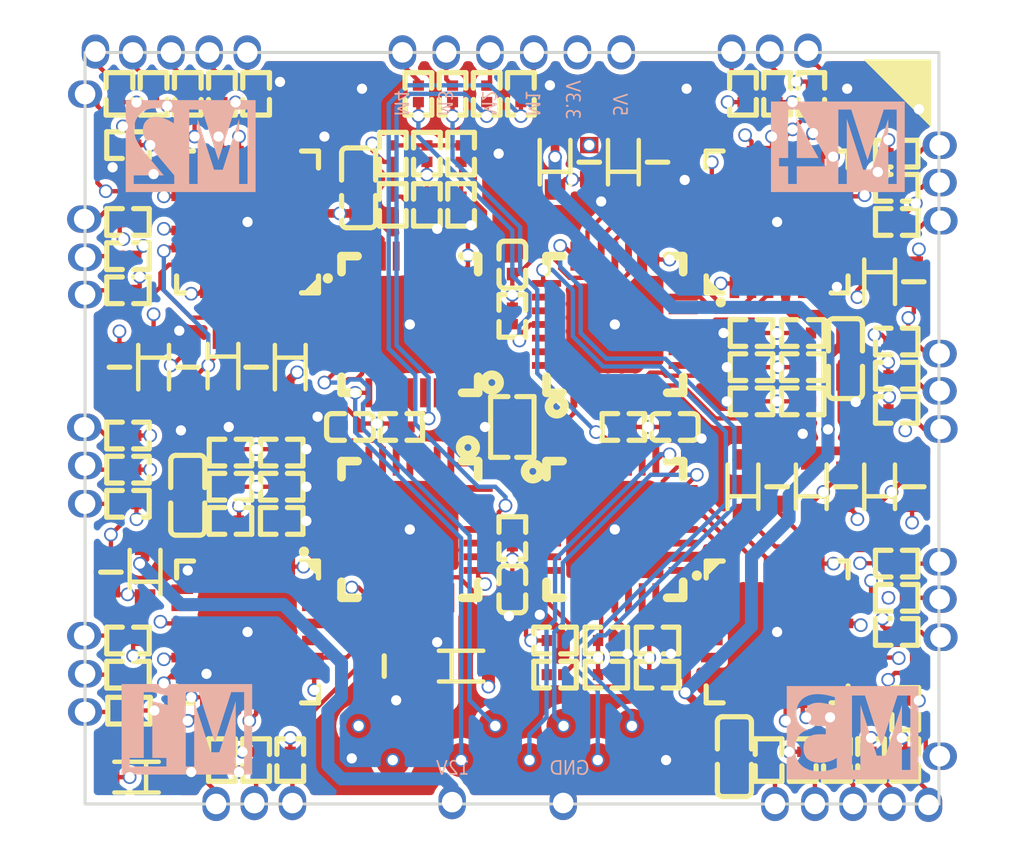
<source format=kicad_pcb>
(kicad_pcb (version 20241229) (generator "pcbnew") (generator_version "9.0")
  (layers (0 "F.Cu" signal "Top Layer") (4 "In1.Cu" signal "Inner1") (6 "In2.Cu" signal "Inner2") (2 "B.Cu" signal "Bottom Layer") (13 "F.Paste" user "Top Paste Mask Layer") (15 "B.Paste" user "Bottom Paste Mask Layer") (5 "F.SilkS" user "Top Silkscreen Layer") (7 "B.SilkS" user "Bottom Silkscreen Layer") (1 "F.Mask" user "Top Solder Mask Layer") (3 "B.Mask" user "Bottom Solder Mask Layer") (25 "Edge.Cuts" user "Multi-Layer"))
  (net 0 "")
  (net 1 "+5V")
  (net 2 "GND")
  (net 3 "3.3V")
  (net 4 "12V")
  (net 5 "M1_VS1")
  (net 6 "M1_VB1")
  (net 7 "M1_VS2")
  (net 8 "M1_VB2")
  (net 9 "M1_VS3")
  (net 10 "M1_VB3")
  (net 11 "M2_VS1")
  (net 12 "M2_VB1")
  (net 13 "M2_VS2")
  (net 14 "M2_VB2")
  (net 15 "M2_VS3")
  (net 16 "M2_VB3")
  (net 17 "M3_VS1")
  (net 18 "M3_VB1")
  (net 19 "M3_VS2")
  (net 20 "M3_VB2")
  (net 21 "M3_VS3")
  (net 22 "M3_VB3")
  (net 23 "M4_VS1")
  (net 24 "M4_VB1")
  (net 25 "M4_VS2")
  (net 26 "M4_VB2")
  (net 27 "M4_VS3")
  (net 28 "M4_VB3")
  (net 29 "M1_SIG")
  (net 30 "M1_HO1_OUT")
  (net 31 "M1_HO1")
  (net 32 "M1_HO2_OUT")
  (net 33 "M1_HO2")
  (net 34 "M1_HO3_OUT")
  (net 35 "M1_HO3")
  (net 36 "M1_LO1_OUT")
  (net 37 "M1_LO1")
  (net 38 "M1_SEN_A")
  (net 39 "M1_SEN_COM")
  (net 40 "M1_LO2_OUT")
  (net 41 "M1_LO2")
  (net 42 "M1_SEN_B")
  (net 43 "M1_LO3_OUT")
  (net 44 "M1_LO3")
  (net 45 "M1_SEN_C")
  (net 46 "M2_SIG")
  (net 47 "M2_HO1_OUT")
  (net 48 "M2_HO1")
  (net 49 "M2_HO2_OUT")
  (net 50 "M2_HO2")
  (net 51 "M2_HO3_OUT")
  (net 52 "M2_HO3")
  (net 53 "M2_LO1_OUT")
  (net 54 "M2_LO1")
  (net 55 "M2_LO2_OUT")
  (net 56 "M2_LO2")
  (net 57 "M2_SEN_A")
  (net 58 "M2_SEN_COM")
  (net 59 "M2_LO3_OUT")
  (net 60 "M2_LO3")
  (net 61 "M2_SEN_B")
  (net 62 "M2_SEN_C")
  (net 63 "M3_SIG")
  (net 64 "M3_HO1_OUT")
  (net 65 "M3_HO1")
  (net 66 "M3_HO2_OUT")
  (net 67 "M3_HO2")
  (net 68 "M3_HO3_OUT")
  (net 69 "M3_HO3")
  (net 70 "M3_LO1_OUT")
  (net 71 "M3_LO1")
  (net 72 "M3_LO2_OUT")
  (net 73 "M3_LO2")
  (net 74 "M3_SEN_A")
  (net 75 "M3_SEN_COM")
  (net 76 "M3_SEN_B")
  (net 77 "M3_LO3_OUT")
  (net 78 "M3_LO3")
  (net 79 "M3_SEN_C")
  (net 80 "M4_SIG")
  (net 81 "M4_HO1_OUT")
  (net 82 "M4_HO1")
  (net 83 "M4_HO2_OUT")
  (net 84 "M4_HO2")
  (net 85 "M4_HO3_OUT")
  (net 86 "M4_HO3")
  (net 87 "M4_LO1_OUT")
  (net 88 "M4_LO1")
  (net 89 "M4_LO2_OUT")
  (net 90 "M4_LO2")
  (net 91 "M4_SEN_A")
  (net 92 "M4_SEN_COM")
  (net 93 "M4_SEN_B")
  (net 94 "M4_LO3_OUT")
  (net 95 "M4_LO3")
  (net 96 "M4_SEN_C")
  (net 97 "M1_SWCLK")
  (net 98 "M1_SWDIO")
  (net 99 "M2_SWCLK")
  (net 100 "M2_SWDIO")
  (net 101 "M3_SWCLK")
  (net 102 "M3_SWDIO")
  (net 103 "M4_SWCLK")
  (net 104 "M4_SWDIO")
  (net 105 "M1_CH")
  (net 106 "M1_BH")
  (net 107 "M1_AH")
  (net 108 "M1_CL")
  (net 109 "M1_BL")
  (net 110 "M1_AL")
  (net 111 "M1_ADC_VOLT")
  (net 112 "M1_ADC_CURR")
  (net 113 "M1_TX")
  (net 114 "M1_RX")
  (net 115 "M2_CH")
  (net 116 "M2_BH")
  (net 117 "M2_AH")
  (net 118 "M2_CL")
  (net 119 "M2_BL")
  (net 120 "M2_AL")
  (net 121 "M2_ADC_VOLT")
  (net 122 "M2_ADC_CURR")
  (net 123 "M2_TX")
  (net 124 "M2_RX")
  (net 125 "M3_CH")
  (net 126 "M3_BH")
  (net 127 "M3_AH")
  (net 128 "M3_CL")
  (net 129 "M3_BL")
  (net 130 "M3_AL")
  (net 131 "M3_ADC_VOLT")
  (net 132 "M3_ADC_CURR")
  (net 133 "M3_TX")
  (net 134 "M3_RX")
  (net 135 "M4_CH")
  (net 136 "M4_BH")
  (net 137 "M4_AH")
  (net 138 "M4_CL")
  (net 139 "M4_BL")
  (net 140 "M4_AL")
  (net 141 "M4_ADC_VOLT")
  (net 142 "M4_ADC_CURR")
  (net 143 "M4_TX")
  (net 144 "M4_RX")
  (net 145 "$1N5017")
  (net 146 "$2N3149")
  (net 147 "$3N2377")
  (net 148 "$4N2377")
  (net 149 "BOOT1")
  (net 150 "BOOT2")
  (net 151 "BOOT3")
  (net 152 "BOOT4")
  (net 153 "$1N5688")
  (net 154 "$2N3240")
  (net 155 "$3N3106")
  (net 156 "$4N3105")
  (footprint "ProDoc_AT32F421G8U7_2025-04-24:Pad_e4252" (layer "F.Cu") (at 137.7985 89.0125)
    (property "Reference" "")
    (property "Value" "")
  )
  (footprint "ProDoc_AT32F421G8U7_2025-04-24:R0201" (layer "F.Cu") (at 160.5 109.75 -90)
    (property "Reference" "R41" (hide yes))
    (property "Value" "")
  )
  (footprint "ProDoc_AT32F421G8U7_2025-04-24:Pad_e4254" (layer "F.Cu") (at 140.0085 89.038)
    (property "Reference" "")
    (property "Value" "")
  )
  (footprint "ProDoc_AT32F421G8U7_2025-04-24:Pad_e4275" (layer "F.Cu") (at 162.513 109.6375 -90)
    (property "Reference" "")
    (property "Value" "")
  )
  (footprint "ProDoc_AT32F421G8U7_2025-04-24:Pad_e4270" (layer "F.Cu") (at 157.687 111.0345 180)
    (property "Reference" "")
    (property "Value" "")
  )
  (footprint "ProDoc_AT32F421G8U7_2025-04-24:Pad_e4285" (layer "F.Cu") (at 158.652 88.9875)
    (property "Reference" "")
    (property "Value" "")
  )
  (footprint "ProDoc_AT32F421G8U7_2025-04-24:Pad_e4288" (layer "F.Cu") (at 146.785 89.0355)
    (property "Reference" "")
    (property "Value" "")
  )
  (footprint "ProDoc_AT32F421G8U7_2025-04-24:Pad_e4255" (layer "F.Cu") (at 141.126 89.038)
    (property "Reference" "")
    (property "Value" "")
  )
  (footprint "ProDoc_AT32F421G8U7_2025-04-24:Pad_e4286" (layer "F.Cu") (at 157.5345 89.0125)
    (property "Reference" "")
    (property "Value" "")
  )
  (footprint "ProDoc_AT32F421G8U7_2025-04-24:SOD-523_L1.2-W0.8-LS1.6-FD" (layer "F.Cu") (at 158.75 101.75 -90)
    (property "Reference" "D8" (hide yes))
    (property "Value" "")
  )
  (footprint "ProDoc_AT32F421G8U7_2025-04-24:R0201" (layer "F.Cu") (at 141.5 109.75 90)
    (property "Reference" "R4" (hide yes))
    (property "Value" "")
  )
  (footprint "ProDoc_AT32F421G8U7_2025-04-24:R0201" (layer "F.Cu") (at 157 97.25)
    (property "Reference" "R70" (hide yes))
    (property "Value" "")
  )
  (footprint "ProDoc_AT32F421G8U7_2025-04-24:Pad_e4267" (layer "F.Cu") (at 141.329 111.0345 180)
    (property "Reference" "")
    (property "Value" "")
  )
  (footprint "ProDoc_AT32F421G8U7_2025-04-24:SOD-523_L1.2-W0.8-LS1.6-FD" (layer "F.Cu") (at 156.75 101.75 -90)
    (property "Reference" "D7" (hide yes))
    (property "Value" "")
  )
  (footprint "ProDoc_AT32F421G8U7_2025-04-24:C0402" (layer "F.Cu") (at 161.75 95.75 -90)
    (property "Reference" "C20" (hide yes))
    (property "Value" "")
  )
  (footprint "ProDoc_AT32F421G8U7_2025-04-24:SOD-523_L1.2-W0.8-LS1.6-FD" (layer "F.Cu") (at 160.75 101.75 -90)
    (property "Reference" "D9" (hide yes))
    (property "Value" "")
  )
  (footprint "ProDoc_AT32F421G8U7_2025-04-24:Test-Point-0.5mm" (layer "F.Cu") (at 153.5 108.75 180)
    (property "Reference" "TP8" (hide yes))
    (property "Value" "")
  )
  (footprint "ProDoc_AT32F421G8U7_2025-04-24:R0201" (layer "F.Cu") (at 159.5 109.75 -90)
    (property "Reference" "R42" (hide yes))
    (property "Value" "")
  )
  (footprint "ProDoc_AT32F421G8U7_2025-04-24:Pad_e4277" (layer "F.Cu") (at 162.5075 105.04 -90)
    (property "Reference" "")
    (property "Value" "")
  )
  (footprint "ProDoc_AT32F421G8U7_2025-04-24:Pad_e4260" (layer "F.Cu") (at 137.494 96.1245 90)
    (property "Reference" "")
    (property "Value" "")
  )
  (footprint "ProDoc_AT32F421G8U7_2025-04-24:Pad_e4283" (layer "F.Cu") (at 162.5075 92.848 -90)
    (property "Reference" "")
    (property "Value" "")
  )
  (footprint "ProDoc_AT32F421G8U7_2025-04-24:SOD-523_L1.2-W0.8-LS1.6-FD" (layer "F.Cu") (at 148.5 107 180)
    (property "Reference" "D1" (hide yes))
    (property "Value" "")
  )
  (footprint "ProDoc_AT32F421G8U7_2025-04-24:Pad_e4268" (layer "F.Cu") (at 142.447 111.009 180)
    (property "Reference" "")
    (property "Value" "")
  )
  (footprint "ProDoc_AT32F421G8U7_2025-04-24:Pad_e4292" (layer "F.Cu") (at 151.906 89.0355)
    (property "Reference" "")
    (property "Value" "")
  )
  (footprint "ProDoc_AT32F421G8U7_2025-04-24:R0201" (layer "F.Cu") (at 161.5 109.75 -90)
    (property "Reference" "R44" (hide yes))
    (property "Value" "")
  )
  (footprint "ProDoc_AT32F421G8U7_2025-04-24:R0201" (layer "F.Cu") (at 138.75 96 180)
    (property "Reference" "R28" (hide yes))
    (property "Value" "")
  )
  (footprint "ProDoc_AT32F421G8U7_2025-04-24:R0201" (layer "F.Cu") (at 146.5 93.5 90)
    (property "Reference" "R34" (hide yes))
    (property "Value" "")
  )
  (footprint "ProDoc_AT32F421G8U7_2025-04-24:R0201" (layer "F.Cu") (at 158.5 97.25 180)
    (property "Reference" "R68" (hide yes))
    (property "Value" "")
  )
  (footprint "ProDoc_AT32F421G8U7_2025-04-24:R0201" (layer "F.Cu") (at 148.5 93.5 90)
    (property "Reference" "R36" (hide yes))
    (property "Value" "")
  )
  (footprint "ProDoc_AT32F421G8U7_2025-04-24:R0201" (layer "F.Cu") (at 161.25 98.5)
    (property "Reference" "R67" (hide yes))
    (property "Value" "")
  )
  (footprint "ProDoc_AT32F421G8U7_2025-04-24:R0201" (layer "F.Cu") (at 161.25 105)
    (property "Reference" "R43" (hide yes))
    (property "Value" "")
  )
  (footprint "ProDoc_AT32F421G8U7_2025-04-24:R0201" (layer "F.Cu") (at 147.25 90.25 90)
    (property "Reference" "R55" (hide yes))
    (property "Value" "")
  )
  (footprint "ProDoc_AT32F421G8U7_2025-04-24:R0201" (layer "F.Cu") (at 138.75 102.25 180)
    (property "Reference" "R14" (hide yes))
    (property "Value" "")
  )
  (footprint "ProDoc_AT32F421G8U7_2025-04-24:R0201" (layer "F.Cu") (at 138.5 90.25 90)
    (property "Reference" "R26" (hide yes))
    (property "Value" "")
  )
  (footprint "ProDoc_AT32F421G8U7_2025-04-24:R0201" (layer "F.Cu") (at 138.75 91.75 180)
    (property "Reference" "R31" (hide yes))
    (property "Value" "")
  )
  (footprint "ProDoc_AT32F421G8U7_2025-04-24:R0201" (layer "F.Cu") (at 147.5 93.5 90)
    (property "Reference" "R35" (hide yes))
    (property "Value" "")
  )
  (footprint "ProDoc_AT32F421G8U7_2025-04-24:R0201" (layer "F.Cu") (at 157 98.25)
    (property "Reference" "R71" (hide yes))
    (property "Value" "")
  )
  (footprint "ProDoc_AT32F421G8U7_2025-04-24:R0201" (layer "F.Cu") (at 139.5 90.25 90)
    (property "Reference" "R23" (hide yes))
    (property "Value" "")
  )
  (footprint "ProDoc_AT32F421G8U7_2025-04-24:RES-ARRAY-SMD_0201-8P-L1.4-W0.6-BL" (layer "F.Cu") (at 150 100 -90)
    (property "Reference" "RN1" (hide yes))
    (property "Value" "")
  )
  (footprint "ProDoc_AT32F421G8U7_2025-04-24:R0201" (layer "F.Cu") (at 157.75 90.25 90)
    (property "Reference" "R64" (hide yes))
    (property "Value" "")
  )
  (footprint "ProDoc_AT32F421G8U7_2025-04-24:SOD-523_L1.2-W0.8-LS1.6-FD" (layer "F.Cu") (at 160.75 95.75 90)
    (property "Reference" "D12" (hide yes))
    (property "Value" "")
  )
  (footprint "ProDoc_AT32F421G8U7_2025-04-24:R0201" (layer "F.Cu") (at 140.5 90.25 90)
    (property "Reference" "R24" (hide yes))
    (property "Value" "")
  )
  (footprint "ProDoc_AT32F421G8U7_2025-04-24:R0201" (layer "F.Cu") (at 149.25 90.25 90)
    (property "Reference" "R19" (hide yes))
    (property "Value" "")
  )
  (footprint "ProDoc_AT32F421G8U7_2025-04-24:Pad_e4253" (layer "F.Cu") (at 138.891 89.038)
    (property "Reference" "")
    (property "Value" "")
  )
  (footprint "ProDoc_AT32F421G8U7_2025-04-24:Pad_e4264" (layer "F.Cu") (at 137.4685 106.107 90)
    (property "Reference" "")
    (property "Value" "")
  )
  (footprint "ProDoc_AT32F421G8U7_2025-04-24:C0201" (layer "F.Cu") (at 145.25 100)
    (property "Reference" "C1" (hide yes))
    (property "Value" "")
  )
  (footprint "ProDoc_AT32F421G8U7_2025-04-24:R0201" (layer "F.Cu") (at 152.75 106.25 180)
    (property "Reference" "R53" (hide yes))
    (property "Value" "")
  )
  (footprint "ProDoc_AT32F421G8U7_2025-04-24:R0201" (layer "F.Cu") (at 153.25 100 180)
    (property "Reference" "R76" (hide yes))
    (property "Value" "")
  )
  (footprint "ProDoc_AT32F421G8U7_2025-04-24:C0201" (layer "F.Cu") (at 154.75 100 180)
    (property "Reference" "C16" (hide yes))
    (property "Value" "")
  )
  (footprint "ProDoc_AT32F421G8U7_2025-04-24:R0201" (layer "F.Cu") (at 161.25 104)
    (property "Reference" "R46" (hide yes))
    (property "Value" "")
  )
  (footprint "ProDoc_AT32F421G8U7_2025-04-24:R0201" (layer "F.Cu") (at 161.25 97.5)
    (property "Reference" "R69" (hide yes))
    (property "Value" "")
  )
  (footprint "ProDoc_AT32F421G8U7_2025-04-24:SOD-523_L1.2-W0.8-LS1.6-FD" (layer "F.Cu") (at 151.25 92.25 -90)
    (property "Reference" "D11" (hide yes))
    (property "Value" "")
  )
  (footprint "ProDoc_AT32F421G8U7_2025-04-24:Test-Point-0.5mm" (layer "F.Cu") (at 151.5 108.75)
    (property "Reference" "TP6" (hide yes))
    (property "Value" "")
  )
  (footprint "ProDoc_AT32F421G8U7_2025-04-24:R0201" (layer "F.Cu") (at 148.5 92 -90)
    (property "Reference" "R27" (hide yes))
    (property "Value" "")
  )
  (footprint "ProDoc_AT32F421G8U7_2025-04-24:VQFN-24_L4.0-W4.0-P0.50-TL-EP2.7" (layer "F.Cu") (at 157.75 94 90)
    (property "Reference" "U7" (hide yes))
    (property "Value" "")
  )
  (footprint "ProDoc_AT32F421G8U7_2025-04-24:R0201" (layer "F.Cu") (at 147.5 92 -90)
    (property "Reference" "R30" (hide yes))
    (property "Value" "")
  )
  (footprint "ProDoc_AT32F421G8U7_2025-04-24:R0201" (layer "F.Cu") (at 138.75 94)
    (property "Reference" "R21" (hide yes))
    (property "Value" "")
  )
  (footprint "ProDoc_AT32F421G8U7_2025-04-24:Pad_e4272" (layer "F.Cu") (at 159.973 111.0345 180)
    (property "Reference" "")
    (property "Value" "")
  )
  (footprint "ProDoc_AT32F421G8U7_2025-04-24:SOD-523_L1.2-W0.8-LS1.6-FD" (layer "F.Cu") (at 153.25 92.25 -90)
    (property "Reference" "D10" (hide yes))
    (property "Value" "")
  )
  (footprint "ProDoc_AT32F421G8U7_2025-04-24:R0201" (layer "F.Cu") (at 150.25 90.25 90)
    (property "Reference" "R1" (hide yes))
    (property "Value" "")
  )
  (footprint "ProDoc_AT32F421G8U7_2025-04-24:R0201" (layer "F.Cu") (at 157 99.25)
    (property "Reference" "R72" (hide yes))
    (property "Value" "")
  )
  (footprint "ProDoc_AT32F421G8U7_2025-04-24:Pad_e4273" (layer "F.Cu") (at 161.1105 111.0345 180)
    (property "Reference" "")
    (property "Value" "")
  )
  (footprint "ProDoc_AT32F421G8U7_2025-04-24:C0402" (layer "F.Cu") (at 142.5 98.25 90)
    (property "Reference" "C8" (hide yes))
    (property "Value" "")
  )
  (footprint "ProDoc_AT32F421G8U7_2025-04-24:Pad_e4271" (layer "F.Cu") (at 158.855 111.0345 180)
    (property "Reference" "")
    (property "Value" "")
  )
  (footprint "ProDoc_AT32F421G8U7_2025-04-24:R0201" (layer "F.Cu") (at 152.75 107.25 180)
    (property "Reference" "R47" (hide yes))
    (property "Value" "")
  )
  (footprint "ProDoc_AT32F421G8U7_2025-04-24:C0402" (layer "F.Cu") (at 157.75 101.75 -90)
    (property "Reference" "C13" (hide yes))
    (property "Value" "")
  )
  (footprint "ProDoc_AT32F421G8U7_2025-04-24:Pad_e4280" (layer "F.Cu") (at 162.5075 98.944 -90)
    (property "Reference" "")
    (property "Value" "")
  )
  (footprint "ProDoc_AT32F421G8U7_2025-04-24:QFN-28_L4.0-W4.0-P0.40-TL-EP2.4" (layer "F.Cu") (at 153 97 90)
    (property "Reference" "U8" (hide yes))
    (property "Value" "")
  )
  (footprint "ProDoc_AT32F421G8U7_2025-04-24:C0402" (layer "F.Cu") (at 138.25 104.25 90)
    (property "Reference" "C5" (hide yes))
    (property "Value" "")
  )
  (footprint "ProDoc_AT32F421G8U7_2025-04-24:Pad_e4274" (layer "F.Cu") (at 162.1825 111.06 180)
    (property "Reference" "")
    (property "Value" "")
  )
  (footprint "ProDoc_AT32F421G8U7_2025-04-24:R0201" (layer "F.Cu") (at 143.5 109.75 -90)
    (property "Reference" "R7" (hide yes))
    (property "Value" "")
  )
  (footprint "ProDoc_AT32F421G8U7_2025-04-24:R0201" (layer "F.Cu") (at 161.25 106)
    (property "Reference" "R39" (hide yes))
    (property "Value" "")
  )
  (footprint "ProDoc_AT32F421G8U7_2025-04-24:R0201" (layer "F.Cu") (at 146.5 92 -90)
    (property "Reference" "R32" (hide yes))
    (property "Value" "")
  )
  (footprint "ProDoc_AT32F421G8U7_2025-04-24:Test-Point-0.5mm" (layer "F.Cu") (at 147.5 108.75 90)
    (property "Reference" "TP2" (hide yes))
    (property "Value" "")
  )
  (footprint "ProDoc_AT32F421G8U7_2025-04-24:C0402" (layer "F.Cu") (at 138.5 98.25 90)
    (property "Reference" "C10" (hide yes))
    (property "Value" "")
  )
  (footprint "ProDoc_AT32F421G8U7_2025-04-24:R0201" (layer "F.Cu") (at 138.75 106.25 180)
    (property "Reference" "R5" (hide yes))
    (property "Value" "")
  )
  (footprint "ProDoc_AT32F421G8U7_2025-04-24:QFN-28_L4.0-W4.0-P0.40-TL-EP2.4" (layer "F.Cu") (at 147 97 180)
    (property "Reference" "U4" (hide yes))
    (property "Value" "")
  )
  (footprint "ProDoc_AT32F421G8U7_2025-04-24:R0201" (layer "F.Cu") (at 143.25 102.75 180)
    (property "Reference" "R16" (hide yes))
    (property "Value" "")
  )
  (footprint "ProDoc_AT32F421G8U7_2025-04-24:Pad_e4276" (layer "F.Cu") (at 162.533 106.1575 -90)
    (property "Reference" "")
    (property "Value" "")
  )
  (footprint "ProDoc_AT32F421G8U7_2025-04-24:C0402" (layer "F.Cu") (at 152.25 92.25 90)
    (property "Reference" "C19" (hide yes))
    (property "Value" "")
  )
  (footprint "ProDoc_AT32F421G8U7_2025-04-24:R0201" (layer "F.Cu") (at 138.75 107.25 180)
    (property "Reference" "R10" (hide yes))
    (property "Value" "")
  )
  (footprint "ProDoc_AT32F421G8U7_2025-04-24:R0201" (layer "F.Cu") (at 157.5 109.75 -90)
    (property "Reference" "R49" (hide yes))
    (property "Value" "")
  )
  (footprint "ProDoc_AT32F421G8U7_2025-04-24:R0201" (layer "F.Cu") (at 150 96.75 -90)
    (property "Reference" "R74" (hide yes))
    (property "Value" "")
  )
  (footprint "ProDoc_AT32F421G8U7_2025-04-24:C0402" (layer "F.Cu") (at 145.5 93 -90)
    (property "Reference" "C31" (hide yes))
    (property "Value" "")
  )
  (footprint "ProDoc_AT32F421G8U7_2025-04-24:R0201" (layer "F.Cu") (at 161.25 93)
    (property "Reference" "R62" (hide yes))
    (property "Value" "")
  )
  (footprint "ProDoc_AT32F421G8U7_2025-04-24:SOD-523_L1.2-W0.8-LS1.6-FD" (layer "F.Cu") (at 143.5 98.25 90)
    (property "Reference" "D4" (hide yes))
    (property "Value" "")
  )
  (footprint "ProDoc_AT32F421G8U7_2025-04-24:SOD-523_L1.2-W0.8-LS1.6-FD" (layer "F.Cu") (at 141.5305 98.2195 90)
    (property "Reference" "D5" (hide yes))
    (property "Value" "")
  )
  (footprint "ProDoc_AT32F421G8U7_2025-04-24:Pad_e4287" (layer "F.Cu") (at 156.417 89.0125)
    (property "Reference" "")
    (property "Value" "")
  )
  (footprint "ProDoc_AT32F421G8U7_2025-04-24:Pad_e4295" (layer "F.Cu") (at 148.238 110.981)
    (property "Reference" "")
    (property "Value" "")
  )
  (footprint "ProDoc_AT32F421G8U7_2025-04-24:SOD-523_L1.2-W0.8-LS1.6-FD" (layer "F.Cu") (at 139 110.25)
    (property "Reference" "D2" (hide yes))
    (property "Value" "")
  )
  (footprint "ProDoc_AT32F421G8U7_2025-04-24:Test-Point-0.5mm" (layer "F.Cu") (at 149.5 108.75 90)
    (property "Reference" "TP4" (hide yes))
    (property "Value" "")
  )
  (footprint "ProDoc_AT32F421G8U7_2025-04-24:R0201" (layer "F.Cu") (at 161.25 92)
    (property "Reference" "R66" (hide yes))
    (property "Value" "")
  )
  (footprint "ProDoc_AT32F421G8U7_2025-04-24:Pad_e4258" (layer "F.Cu") (at 137.4685 93.915 90)
    (property "Reference" "")
    (property "Value" "")
  )
  (footprint "ProDoc_AT32F421G8U7_2025-04-24:R0201" (layer "F.Cu") (at 154.25 107.25 180)
    (property "Reference" "R50" (hide yes))
    (property "Value" "")
  )
  (footprint "ProDoc_AT32F421G8U7_2025-04-24:Pad_e4278" (layer "F.Cu") (at 162.5075 103.948 -90)
    (property "Reference" "")
    (property "Value" "")
  )
  (footprint "ProDoc_AT32F421G8U7_2025-04-24:R0201" (layer "F.Cu") (at 143.25 101.75 180)
    (property "Reference" "R17" (hide yes))
    (property "Value" "")
  )
  (footprint "ProDoc_AT32F421G8U7_2025-04-24:Pad_e4259" (layer "F.Cu") (at 137.494 95.0325 90)
    (property "Reference" "")
    (property "Value" "")
  )
  (footprint "ProDoc_AT32F421G8U7_2025-04-24:R0201" (layer "F.Cu") (at 158.75 90.25 -90)
    (property "Reference" "R58" (hide yes))
    (property "Value" "")
  )
  (footprint "ProDoc_AT32F421G8U7_2025-04-24:C0402" (layer "F.Cu") (at 159.75 98 90)
    (property "Reference" "C32" (hide yes))
    (property "Value" "")
  )
  (footprint "ProDoc_AT32F421G8U7_2025-04-24:R0201" (layer "F.Cu") (at 141.75 102.75)
    (property "Reference" "R13" (hide yes))
    (property "Value" "")
  )
  (footprint "ProDoc_AT32F421G8U7_2025-04-24:Pad_e4266" (layer "F.Cu") (at 137.494 108.342 90)
    (property "Reference" "")
    (property "Value" "")
  )
  (footprint "ProDoc_AT32F421G8U7_2025-04-24:R0201" (layer "F.Cu") (at 161.25 94 180)
    (property "Reference" "R59" (hide yes))
    (property "Value" "")
  )
  (footprint "ProDoc_AT32F421G8U7_2025-04-24:R0201" (layer "F.Cu") (at 150 103.25 90)
    (property "Reference" "R75" (hide yes))
    (property "Value" "")
  )
  (footprint "ProDoc_AT32F421G8U7_2025-04-24:R0201" (layer "F.Cu") (at 158.5 98.25 180)
    (property "Reference" "R65" (hide yes))
    (property "Value" "")
  )
  (footprint "ProDoc_AT32F421G8U7_2025-04-24:R0201" (layer "F.Cu") (at 138.75 101.25 180)
    (property "Reference" "R15" (hide yes))
    (property "Value" "")
  )
  (footprint "ProDoc_AT32F421G8U7_2025-04-24:R0201" (layer "F.Cu") (at 161.25 99.5)
    (property "Reference" "R60" (hide yes))
    (property "Value" "")
  )
  (footprint "ProDoc_AT32F421G8U7_2025-04-24:Pad_e4290" (layer "F.Cu") (at 149.3455 89.0355)
    (property "Reference" "")
    (property "Value" "")
  )
  (footprint "ProDoc_AT32F421G8U7_2025-04-24:VQFN-24_L4.0-W4.0-P0.50-TL-EP2.7" (layer "F.Cu") (at 142.25 106 -90)
    (property "Reference" "U1" (hide yes))
    (property "Value" "")
  )
  (footprint "ProDoc_AT32F421G8U7_2025-04-24:C0201" (layer "F.Cu") (at 150 95.25 -90)
    (property "Reference" "C6" (hide yes))
    (property "Value" "")
  )
  (footprint "ProDoc_AT32F421G8U7_2025-04-24:R0201" (layer "F.Cu") (at 158.5 109.75 -90)
    (property "Reference" "R51" (hide yes))
    (property "Value" "")
  )
  (footprint "ProDoc_AT32F421G8U7_2025-04-24:Pad_e4289" (layer "F.Cu") (at 148.0655 89.0355)
    (property "Reference" "")
    (property "Value" "")
  )
  (footprint "ProDoc_AT32F421G8U7_2025-04-24:R0201" (layer "F.Cu") (at 146.75 100)
    (property "Reference" "R73" (hide yes))
    (property "Value" "")
  )
  (footprint "ProDoc_AT32F421G8U7_2025-04-24:C0402" (layer "F.Cu") (at 161.75 101.75 -90)
    (property "Reference" "C15" (hide yes))
    (property "Value" "")
  )
  (footprint "ProDoc_AT32F421G8U7_2025-04-24:R0201" (layer "F.Cu") (at 161.5 108.25 -90)
    (property "Reference" "R48" (hide yes))
    (property "Value" "")
  )
  (footprint "ProDoc_AT32F421G8U7_2025-04-24:R0201" (layer "F.Cu") (at 138.7795 108.305 180)
    (property "Reference" "R12" (hide yes))
    (property "Value" "")
  )
  (footprint "ProDoc_AT32F421G8U7_2025-04-24:C0402" (layer "F.Cu") (at 140.5 102 -90)
    (property "Reference" "C29" (hide yes))
    (property "Value" "")
  )
  (footprint "ProDoc_AT32F421G8U7_2025-04-24:Pad_e4262" (layer "F.Cu") (at 137.494 101.1285 90)
    (property "Reference" "")
    (property "Value" "")
  )
  (footprint "ProDoc_AT32F421G8U7_2025-04-24:Pad_e4284" (layer "F.Cu") (at 162.5075 91.756 -90)
    (property "Reference" "")
    (property "Value" "")
  )
  (footprint "ProDoc_AT32F421G8U7_2025-04-24:Pad_e4294" (layer "F.Cu") (at 151.489 111.0065)
    (property "Reference" "")
    (property "Value" "")
  )
  (footprint "ProDoc_AT32F421G8U7_2025-04-24:C0402" (layer "F.Cu") (at 139 109.25 180)
    (property "Reference" "C4" (hide yes))
    (property "Value" "")
  )
  (footprint "ProDoc_AT32F421G8U7_2025-04-24:Test-Point-0.5mm" (layer "F.Cu") (at 152.5 109.75 180)
    (property "Reference" "TP7" (hide yes))
    (property "Value" "")
  )
  (footprint "ProDoc_AT32F421G8U7_2025-04-24:R0201" (layer "F.Cu") (at 142.5 109.75 -90)
    (property "Reference" "R9" (hide yes))
    (property "Value" "")
  )
  (footprint "ProDoc_AT32F421G8U7_2025-04-24:C0402" (layer "F.Cu") (at 154.25 92.25 90)
    (property "Reference" "C18" (hide yes))
    (property "Value" "")
  )
  (footprint "ProDoc_AT32F421G8U7_2025-04-24:Test-Point-0.5mm" (layer "F.Cu") (at 146.5 109.75 90)
    (property "Reference" "TP1" (hide yes))
    (property "Value" "")
  )
  (footprint "ProDoc_AT32F421G8U7_2025-04-24:Pad_e4281" (layer "F.Cu") (at 162.5075 97.852 -90)
    (property "Reference" "")
    (property "Value" "")
  )
  (footprint "ProDoc_AT32F421G8U7_2025-04-24:Pad_e4282" (layer "F.Cu") (at 162.533 93.9655 -90)
    (property "Reference" "")
    (property "Value" "")
  )
  (footprint "ProDoc_AT32F421G8U7_2025-04-24:R0201" (layer "F.Cu") (at 143.25 100.75 180)
    (property "Reference" "R18" (hide yes))
    (property "Value" "")
  )
  (footprint "ProDoc_AT32F421G8U7_2025-04-24:C0201" (layer "F.Cu") (at 150 104.75 90)
    (property "Reference" "C11" (hide yes))
    (property "Value" "")
  )
  (footprint "ProDoc_AT32F421G8U7_2025-04-24:R0201" (layer "F.Cu") (at 154.25 106.25 180)
    (property "Reference" "R52" (hide yes))
    (property "Value" "")
  )
  (footprint "ProDoc_AT32F421G8U7_2025-04-24:R0201" (layer "F.Cu") (at 138.75 95 180)
    (property "Reference" "R25" (hide yes))
    (property "Value" "")
  )
  (footprint "ProDoc_AT32F421G8U7_2025-04-24:R0201" (layer "F.Cu") (at 138.75 100.25 180)
    (property "Reference" "R6" (hide yes))
    (property "Value" "")
  )
  (footprint "ProDoc_AT32F421G8U7_2025-04-24:C0402" (layer "F.Cu") (at 146.25 107 180)
    (property "Reference" "C3" (hide yes))
    (property "Value" "")
  )
  (footprint "ProDoc_AT32F421G8U7_2025-04-24:R0201" (layer "F.Cu") (at 141.5 90.25 90)
    (property "Reference" "R33" (hide yes))
    (property "Value" "")
  )
  (footprint "ProDoc_AT32F421G8U7_2025-04-24:Pad_e4291" (layer "F.Cu") (at 150.6255 89.0355)
    (property "Reference" "")
    (property "Value" "")
  )
  (footprint "ProDoc_AT32F421G8U7_2025-04-24:Pad_e4263" (layer "F.Cu") (at 137.494 102.246 90)
    (property "Reference" "")
    (property "Value" "")
  )
  (footprint "ProDoc_AT32F421G8U7_2025-04-24:Pad_e4293" (layer "F.Cu") (at 153.186 89.0355)
    (property "Reference" "")
    (property "Value" "")
  )
  (footprint "ProDoc_AT32F421G8U7_2025-04-24:SOD-523_L1.2-W0.8-LS1.6-FD" (layer "F.Cu") (at 139.25 104.25 -90)
    (property "Reference" "D3" (hide yes))
    (property "Value" "")
  )
  (footprint "ProDoc_AT32F421G8U7_2025-04-24:R0201" (layer "F.Cu") (at 142.5 90.25 90)
    (property "Reference" "R29" (hide yes))
    (property "Value" "")
  )
  (footprint "ProDoc_AT32F421G8U7_2025-04-24:Pad_e4265" (layer "F.Cu") (at 137.494 107.2245 90)
    (property "Reference" "")
    (property "Value" "")
  )
  (footprint "ProDoc_AT32F421G8U7_2025-04-24:Test-Point-0.5mm" (layer "F.Cu") (at 148.5 109.75 90)
    (property "Reference" "TP3" (hide yes))
    (property "Value" "")
  )
  (footprint "ProDoc_AT32F421G8U7_2025-04-24:R0201" (layer "F.Cu") (at 141.75 100.75)
    (property "Reference" "R8" (hide yes))
    (property "Value" "")
  )
  (footprint "ProDoc_AT32F421G8U7_2025-04-24:C0402" (layer "F.Cu") (at 140.5 98.25 90)
    (property "Reference" "C9" (hide yes))
    (property "Value" "")
  )
  (footprint "ProDoc_AT32F421G8U7_2025-04-24:R0201" (layer "F.Cu") (at 151.25 107.25 180)
    (property "Reference" "R45" (hide yes))
    (property "Value" "")
  )
  (footprint "ProDoc_AT32F421G8U7_2025-04-24:VQFN-24_L4.0-W4.0-P0.50-TL-EP2.7" (layer "F.Cu") (at 142.25 94 180)
    (property "Reference" "U3" (hide yes))
    (property "Value" "")
  )
  (footprint "ProDoc_AT32F421G8U7_2025-04-24:Pad_e4269" (layer "F.Cu") (at 143.5645 111.009 180)
    (property "Reference" "")
    (property "Value" "")
  )
  (footprint "ProDoc_AT32F421G8U7_2025-04-24:Test-Point-0.5mm" (layer "F.Cu") (at 145.5 108.75)
    (property "Reference" "TP10" (hide yes))
    (property "Value" "")
  )
  (footprint "ProDoc_AT32F421G8U7_2025-04-24:Pad_e4261" (layer "F.Cu") (at 137.4685 100.011 90)
    (property "Reference" "")
    (property "Value" "")
  )
  (footprint "ProDoc_AT32F421G8U7_2025-04-24:R0201" (layer "F.Cu") (at 151.25 106.25 180)
    (property "Reference" "R54" (hide yes))
    (property "Value" "")
  )
  (footprint "ProDoc_AT32F421G8U7_2025-04-24:R0201" (layer "F.Cu") (at 148.25 90.25 90)
    (property "Reference" "R37" (hide yes))
    (property "Value" "")
  )
  (footprint "ProDoc_AT32F421G8U7_2025-04-24:C0402" (layer "F.Cu") (at 159.75 101.75 -90)
    (property "Reference" "C14" (hide yes))
    (property "Value" "")
  )
  (footprint "ProDoc_AT32F421G8U7_2025-04-24:Test-Point-0.5mm" (layer "F.Cu") (at 150.5 109.75)
    (property "Reference" "TP5" (hide yes))
    (property "Value" "")
  )
  (footprint "ProDoc_AT32F421G8U7_2025-04-24:R0201" (layer "F.Cu") (at 141.75 101.75)
    (property "Reference" "R11" (hide yes))
    (property "Value" "")
  )
  (footprint "ProDoc_AT32F421G8U7_2025-04-24:VQFN-24_L4.0-W4.0-P0.50-TL-EP2.7" (layer "F.Cu") (at 157.75 106)
    (property "Reference" "U5" (hide yes))
    (property "Value" "")
  )
  (footprint "ProDoc_AT32F421G8U7_2025-04-24:Pad_e4257" (layer "F.Cu") (at 137.494 90.2575 90)
    (property "Reference" "")
    (property "Value" "")
  )
  (footprint "ProDoc_AT32F421G8U7_2025-04-24:R0201" (layer "F.Cu") (at 156.75 90.25 90)
    (property "Reference" "R61" (hide yes))
    (property "Value" "")
  )
  (footprint "ProDoc_AT32F421G8U7_2025-04-24:C0402" (layer "F.Cu") (at 156.5 109.65 90)
    (property "Reference" "C30" (hide yes))
    (property "Value" "")
  )
  (footprint "ProDoc_AT32F421G8U7_2025-04-24:Pad_e4256" (layer "F.Cu") (at 142.2435 89.038)
    (property "Reference" "")
    (property "Value" "")
  )
  (footprint "ProDoc_AT32F421G8U7_2025-04-24:Test-Point-0.5mm" (layer "F.Cu") (at 154.5 109.75)
    (property "Reference" "TP9" (hide yes))
    (property "Value" "")
  )
  (footprint "ProDoc_AT32F421G8U7_2025-04-24:R0201" (layer "F.Cu") (at 158.5 99.25 180)
    (property "Reference" "R63" (hide yes))
    (property "Value" "")
  )
  (footprint "ProDoc_AT32F421G8U7_2025-04-24:QFN-28_L4.0-W4.0-P0.40-TL-EP2.4" (layer "F.Cu") (at 153 103)
    (property "Reference" "U6" (hide yes))
    (property "Value" "")
  )
  (footprint "ProDoc_AT32F421G8U7_2025-04-24:Pad_e4279" (layer "F.Cu") (at 162.533 100.0615 -90)
    (property "Reference" "")
    (property "Value" "")
  )
  (footprint "ProDoc_AT32F421G8U7_2025-04-24:SOD-523_L1.2-W0.8-LS1.6-FD" (layer "F.Cu") (at 139.5 98.25 90)
    (property "Reference" "D6" (hide yes))
    (property "Value" "")
  )
  (footprint "ProDoc_AT32F421G8U7_2025-04-24:QFN-28_L4.0-W4.0-P0.40-TL-EP2.4" (layer "F.Cu") (at 147 103 -90)
    (property "Reference" "U2" (hide yes))
    (property "Value" "")
  )
  (gr_line (start 137.493 89.039) (end 137.493 89.0645) (stroke (width 0.089)) (layer "Edge.Cuts"))
  (gr_line (start 162.487 95.587) (end 162.487 89.039) (stroke (width 0.089)) (layer "Edge.Cuts"))
  (gr_line (start 162.487 111.0355) (end 162.487 95.587) (stroke (width 0.089)) (layer "Edge.Cuts"))
  (gr_line (start 137.493 89.0645) (end 137.493 111.0355) (stroke (width 0.089)) (layer "Edge.Cuts"))
  (gr_line (start 137.493 111.0355) (end 162.487 111.0355) (stroke (width 0.089)) (layer "Edge.Cuts"))
  (gr_line (start 162.487 89.039) (end 137.493 89.039) (stroke (width 0.089)) (layer "Edge.Cuts"))
  (gr_text "M3" (at 161.9 110.4 -0) (layer "B.SilkS" knockout) (effects (font (size 2.1335 1.829) (thickness 0.203)) (justify left bottom mirror)))
  (gr_text "M4" (at 161.5 93.25 -0) (layer "B.SilkS" knockout) (effects (font (size 2.1335 1.829) (thickness 0.203)) (justify left bottom mirror)))
  (gr_text "5V" (at 152.88 90.9 270) (layer "B.SilkS") (effects (font (size 0.42 0.36) (thickness 0.1525)) (justify left bottom mirror)))
  (gr_text "M2" (at 149.0395 90.9 270) (layer "B.SilkS") (effects (font (size 0.42 0.36) (thickness 0.1525)) (justify left bottom mirror)))
  (gr_text "3.3V" (at 151.5 91 270) (layer "B.SilkS") (effects (font (size 0.42 0.36) (thickness 0.1525)) (justify left bottom mirror)))
  (gr_text "M1" (at 142.4 110.3 -0) (layer "B.SilkS" knockout) (effects (font (size 2.1335 1.829) (thickness 0.203)) (justify left bottom mirror)))
  (gr_text "M1" (at 150.32 90.9 270) (layer "B.SilkS") (effects (font (size 0.42 0.36) (thickness 0.1525)) (justify left bottom mirror)))
  (gr_text "12V" (at 148.75 110.25 -0) (layer "B.SilkS") (effects (font (size 0.42 0.36) (thickness 0.1525)) (justify left bottom mirror)))
  (gr_text "M3" (at 147.7595 90.9 270) (layer "B.SilkS") (effects (font (size 0.42 0.36) (thickness 0.1525)) (justify left bottom mirror)))
  (gr_text "M2" (at 142.5 93.25 -0) (layer "B.SilkS" knockout) (effects (font (size 2.1335 1.829) (thickness 0.203)) (justify left bottom mirror)))
  (gr_text "GND" (at 152.25 110.25 -0) (layer "B.SilkS") (effects (font (size 0.42 0.36) (thickness 0.1525)) (justify left bottom mirror)))
  (gr_text "M4" (at 146.4795 90.9 270) (layer "B.SilkS") (effects (font (size 0.42 0.36) (thickness 0.1525)) (justify left bottom mirror)))
  (via (at 147.8 94.2) (size 0.399) (drill 0.2995) (layers "F.Cu" "B.Cu") (net 2))
  (via (at 153.3715 106.6405) (size 0.399) (drill 0.2995) (layers "F.Cu" "B.Cu") (net 2))
  (via (at 155.0455 92.7705) (size 0.399) (drill 0.2995) (layers "F.Cu" "B.Cu") (net 2))
  (via (at 159.5 95.9) (size 0.399) (drill 0.2995) (layers "F.Cu" "B.Cu") (net 2))
  (via (at 154.5 109.75) (size 0.399) (drill 0.2995) (layers "F.Cu" "B.Cu") (net 2))
  (via (at 149.2 100) (size 0.399) (drill 0.2995) (layers "F.Cu" "B.Cu") (net 2))
  (via (at 138.3 92.4) (size 0.399) (drill 0.2995) (layers "F.Cu" "B.Cu") (net 2))
  (via (at 139.5 92.6) (size 0.399) (drill 0.2995) (layers "F.Cu" "B.Cu") (net 2))
  (via (at 160.05 99.2685) (size 0.399) (drill 0.2995) (layers "F.Cu" "B.Cu") (net 2))
  (via (at 140.6 110.1) (size 0.399) (drill 0.2995) (layers "F.Cu" "B.Cu") (net 2))
  (via (at 143.9715 101.75) (size 0.4) (drill 0.3) (layers "F.Cu" "B.Cu") (net 2))
  (via (at 145.6 90.1) (size 0.399) (drill 0.2995) (layers "F.Cu" "B.Cu") (net 2))
  (via (at 156.2785 98.25) (size 0.399) (drill 0.2995) (layers "F.Cu" "B.Cu") (net 2))
  (via (at 158.5 100.2) (size 0.399) (drill 0.2995) (layers "F.Cu" "B.Cu") (net 2))
  (via (at 146.9995 103) (size 0.4) (drill 0.3) (layers "F.Cu" "B.Cu") (net 2))
  (via (at 157.75 106) (size 0.4) (drill 0.3) (layers "F.Cu" "B.Cu") (net 2))
  (via (at 141.049 107.2255) (size 0.399) (drill 0.2995) (layers "F.Cu" "B.Cu") (net 2))
  (via (at 144.3 99.7) (size 0.4) (drill 0.3) (layers "F.Cu" "B.Cu") (net 2))
  (via (at 146.6 108) (size 0.399) (drill 0.2995) (layers "F.Cu" "B.Cu") (net 2))
  (via (at 149.9 105.537) (size 0.399) (drill 0.2995) (layers "F.Cu" "B.Cu") (net 2))
  (via (at 142.25 94) (size 0.4) (drill 0.3) (layers "F.Cu" "B.Cu") (net 2))
  (via (at 147.8 106.3) (size 0.399) (drill 0.2995) (layers "F.Cu" "B.Cu") (net 2))
  (via (at 153 103) (size 0.4) (drill 0.3) (layers "F.Cu" "B.Cu") (net 2))
  (via (at 154.644 106.6405) (size 0.399) (drill 0.2995) (layers "F.Cu" "B.Cu") (net 2))
  (via (at 148.7905 94.0985) (size 0.399) (drill 0.2995) (layers "F.Cu" "B.Cu") (net 2))
  (via (at 161.9 90.7) (size 0.399) (drill 0.2995) (layers "F.Cu" "B.Cu") (net 2))
  (via (at 145.3 109.7) (size 0.399) (drill 0.2995) (layers "F.Cu" "B.Cu") (net 2))
  (via (at 149.6 92) (size 0.399) (drill 0.2995) (layers "F.Cu" "B.Cu") (net 2))
  (via (at 143.9715 100.65) (size 0.4) (drill 0.3) (layers "F.Cu" "B.Cu") (net 2))
  (via (at 150.804 105.496) (size 0.399) (drill 0.2995) (layers "F.Cu" "B.Cu") (net 2))
  (via (at 140.252 97.182) (size 0.399) (drill 0.2995) (layers "F.Cu" "B.Cu") (net 2))
  (via (at 155.1 90.1) (size 0.399) (drill 0.2995) (layers "F.Cu" "B.Cu") (net 2))
  (via (at 143.2 89.9) (size 0.399) (drill 0.2995) (layers "F.Cu" "B.Cu") (net 2))
  (via (at 140.3 100.1) (size 0.4) (drill 0.3) (layers "F.Cu" "B.Cu") (net 2))
  (via (at 140.5 104.2) (size 0.399) (drill 0.2995) (layers "F.Cu" "B.Cu") (net 2))
  (via (at 147 96.9995) (size 0.4) (drill 0.3) (layers "F.Cu" "B.Cu") (net 2))
  (via (at 143.9715 102.75) (size 0.4) (drill 0.3) (layers "F.Cu" "B.Cu") (net 2))
  (via (at 159.8 90.1) (size 0.399) (drill 0.2995) (layers "F.Cu" "B.Cu") (net 2))
  (via (at 142.25 106) (size 0.4) (drill 0.3) (layers "F.Cu" "B.Cu") (net 2))
  (via (at 155.537 100.338) (size 0.399) (drill 0.2995) (layers "F.Cu" "B.Cu") (net 2))
  (via (at 157.75 94) (size 0.4) (drill 0.3) (layers "F.Cu" "B.Cu") (net 2))
  (via (at 151.1 90) (size 0.399) (drill 0.2995) (layers "F.Cu" "B.Cu") (net 2))
  (via (at 156.274 99.25) (size 0.399) (drill 0.2995) (layers "F.Cu" "B.Cu") (net 2))
  (via (at 141.7 100) (size 0.399) (drill 0.2995) (layers "F.Cu" "B.Cu") (net 2))
  (via (at 156.182 97.25) (size 0.399) (drill 0.2995) (layers "F.Cu" "B.Cu") (net 2))
  (via (at 152.6 93.4) (size 0.399) (drill 0.2995) (layers "F.Cu" "B.Cu") (net 2))
  (via (at 153.0005 97) (size 0.4) (drill 0.3) (layers "F.Cu" "B.Cu") (net 2))
  (via (at 144.5 91.5) (size 0.399) (drill 0.2995) (layers "F.Cu" "B.Cu") (net 2))
  (segment (start 145 99.3) (end 145.5245 99.8245) (width 0.127) (layer "F.Cu") (net 3))
  (segment (start 151.4 95.3585) (end 151.4 95.251) (width 0.127) (layer "F.Cu") (net 3))
  (segment (start 145.5 96.6) (end 145.6 96.7) (width 0.127) (layer "F.Cu") (net 3))
  (segment (start 145.4415 98.6) (end 145.2 98.6) (width 0.127) (layer "F.Cu") (net 3))
  (segment (start 149.0415 105) (end 149.4 105) (width 0.127) (layer "F.Cu") (net 3))
  (segment (start 146.7 104.4) (end 148.4415 104.4) (width 0.127) (layer "F.Cu") (net 3))
  (segment (start 145.5245 100) (end 145.6245 99.9) (width 0.127) (layer "F.Cu") (net 3))
  (segment (start 149.4 105) (end 149.6 104.8) (width 0.127) (layer "F.Cu") (net 3))
  (segment (start 145.6 98.4415) (end 145.4415 98.6) (width 0.127) (layer "F.Cu") (net 3))
  (segment (start 153.2655 95.6345) (end 151.6765 95.6345) (width 0.127) (layer "F.Cu") (net 3))
  (segment (start 154.4 103.3) (end 154.5 103.4) (width 0.127) (layer "F.Cu") (net 3))
  (segment (start 150 96.5085) (end 149.9085 96.6) (width 0.127) (layer "F.Cu") (net 3))
  (segment (start 145.5245 99.8245) (end 145.5245 100) (width 0.127) (layer "F.Cu") (net 3))
  (segment (start 149.6 104.6) (end 149.7245 104.4755) (width 0.127) (layer "F.Cu") (net 3))
  (segment (start 145 96.6) (end 145.5 96.6) (width 0.127) (layer "F.Cu") (net 3))
  (segment (start 151.6765 95.6345) (end 151.4 95.3585) (width 0.127) (layer "F.Cu") (net 3))
  (segment (start 145 98.8) (end 145 99.3) (width 0.127) (layer "F.Cu") (net 3))
  (segment (start 154.4755 100.2755) (end 154.6 100.4) (width 0.127) (layer "F.Cu") (net 3))
  (segment (start 154.4755 100) (end 153.9715 100) (width 0.127) (layer "F.Cu") (net 3))
  (segment (start 146.6 105) (end 146.6 104.5) (width 0.127) (layer "F.Cu") (net 3))
  (segment (start 150 103.8715) (end 150 104.4755) (width 0.127) (layer "F.Cu") (net 3))
  (segment (start 150 96.5085) (end 150 96.1285) (width 0.127) (layer "F.Cu") (net 3))
  (segment (start 145.6 96.7) (end 145.6 98.4415) (width 0.127) (layer "F.Cu") (net 3))
  (segment (start 151.149 95) (end 150.7 95) (width 0.127) (layer "F.Cu") (net 3))
  (segment (start 154.4 101.6) (end 154.4 103.3) (width 0.127) (layer "F.Cu") (net 3))
  (segment (start 154.4755 100) (end 154.4755 100.2755) (width 0.127) (layer "F.Cu") (net 3))
  (segment (start 146.4085 99.9) (end 146.5085 100) (width 0.127) (layer "F.Cu") (net 3))
  (segment (start 155 100.6) (end 155 101) (width 0.127) (layer "F.Cu") (net 3))
  (segment (start 146.5085 100) (end 146.6 100.0915) (width 0.127) (layer "F.Cu") (net 3))
  (segment (start 150.1755 95.5245) (end 150 95.5245) (width 0.127) (layer "F.Cu") (net 3))
  (segment (start 146.6 104.5) (end 146.7 104.4) (width 0.127) (layer "F.Cu") (net 3))
  (segment (start 153.4 95.5) (end 153.2655 95.6345) (width 0.127) (layer "F.Cu") (net 3))
  (segment (start 153.4 99) (end 153.4 99.9085) (width 0.127) (layer "F.Cu") (net 3))
  (segment (start 154.8 100.4) (end 155 100.6) (width 0.127) (layer "F.Cu") (net 3))
  (segment (start 153.4 99.9085) (end 153.4915 100) (width 0.127) (layer "F.Cu") (net 3))
  (segment (start 155 101) (end 154.4 101.6) (width 0.127) (layer "F.Cu") (net 3))
  (segment (start 153.4 95.0005) (end 153.4 95.5) (width 0.127) (layer "F.Cu") (net 3))
  (segment (start 154.5 103.4) (end 155 103.4) (width 0.127) (layer "F.Cu") (net 3))
  (segment (start 153.9715 100) (end 153.4915 100) (width 0.127) (layer "F.Cu") (net 3))
  (segment (start 151.4 95.251) (end 151.149 95) (width 0.127) (layer "F.Cu") (net 3))
  (segment (start 146.6 100.0915) (end 146.6 101) (width 0.127) (layer "F.Cu") (net 3))
  (segment (start 148.4415 104.4) (end 149.0415 105) (width 0.127) (layer "F.Cu") (net 3))
  (segment (start 145.6245 99.9) (end 146.037 99.9) (width 0.127) (layer "F.Cu") (net 3))
  (segment (start 150.7 95) (end 150.1755 95.5245) (width 0.127) (layer "F.Cu") (net 3))
  (segment (start 145.2 98.6) (end 145 98.8) (width 0.127) (layer "F.Cu") (net 3))
  (segment (start 146.037 99.9) (end 146.4085 99.9) (width 0.127) (layer "F.Cu") (net 3))
  (segment (start 149.7245 104.4755) (end 150 104.4755) (width 0.127) (layer "F.Cu") (net 3))
  (segment (start 149.9085 96.6) (end 149 96.6) (width 0.127) (layer "F.Cu") (net 3))
  (segment (start 151 103.4) (end 150.0915 103.4) (width 0.127) (layer "F.Cu") (net 3))
  (segment (start 154.6 100.4) (end 154.8 100.4) (width 0.127) (layer "F.Cu") (net 3))
  (segment (start 149.6 104.8) (end 149.6 104.6) (width 0.127) (layer "F.Cu") (net 3))
  (segment (start 150 96.1285) (end 150 95.5245) (width 0.127) (layer "F.Cu") (net 3))
  (segment (start 150.0915 103.4) (end 150 103.4915) (width 0.127) (layer "F.Cu") (net 3))
  (segment (start 150 103.4915) (end 150 103.8715) (width 0.127) (layer "F.Cu") (net 3))
  (via (at 150 96.1285) (size 0.4) (drill 0.3) (layers "F.Cu" "B.Cu") (net 3))
  (via (at 146.037 99.9) (size 0.4) (drill 0.3) (layers "F.Cu" "B.Cu") (net 3))
  (via (at 145.5 108.75) (size 0.4) (drill 0.3) (layers "F.Cu" "B.Cu") (net 3))
  (via (at 150 103.8715) (size 0.4) (drill 0.3) (layers "F.Cu" "B.Cu") (net 3))
  (via (at 153.9715 100) (size 0.4) (drill 0.3) (layers "F.Cu" "B.Cu") (net 3))
  (segment (start 141.7 103.3) (end 142 103.6) (width 0.254) (layer "F.Cu") (net 4))
  (segment (start 144.1615 93.75) (end 144.95 93.75) (width 0.254) (layer "F.Cu") (net 4))
  (segment (start 152.996 91.196) (end 153.25 91.45) (width 0.254) (layer "F.Cu") (net 4))
  (segment (start 156.4 109.105) (end 155.0635 107.768) (width 0.254) (layer "F.Cu") (net 4))
  (segment (start 159.238 100.0715) (end 159.238 100.7) (width 0.254) (layer "F.Cu") (net 4))
  (segment (start 160.5 100.7) (end 159.238 100.7) (width 0.254) (layer "F.Cu") (net 4))
  (segment (start 155.35 106.25) (end 155.8385 106.25) (width 0.254) (layer "F.Cu") (net 4))
  (segment (start 139.5 99.05) (end 139.7 99.25) (width 0.254) (layer "F.Cu") (net 4))
  (segment (start 140.5 102.545) (end 140.5 102.7) (width 0.254) (layer "F.Cu") (net 4))
  (segment (start 140.5 102.7) (end 141.1 103.3) (width 0.254) (layer "F.Cu") (net 4))
  (segment (start 139.7 99.25) (end 140.924 99.25) (width 0.254) (layer "F.Cu") (net 4))
  (segment (start 145.295 93.75) (end 145.5 93.545) (width 0.254) (layer "F.Cu") (net 4))
  (segment (start 143.5 98.6) (end 143.7 98.4) (width 0.254) (layer "F.Cu") (net 4))
  (segment (start 141 102.045) (end 141 99.326) (width 0.254) (layer "F.Cu") (net 4))
  (segment (start 155.1 106.5) (end 155.35 106.25) (width 0.254) (layer "F.Cu") (net 4))
  (segment (start 139.25 103.45) (end 139.25 103.85) (width 0.254) (layer "F.Cu") (net 4))
  (segment (start 160.6 96.7) (end 160.75 96.55) (width 0.254) (layer "F.Cu") (net 4))
  (segment (start 160.75 100.95) (end 160.5 100.7) (width 0.254) (layer "F.Cu") (net 4))
  (segment (start 151.25 91.45) (end 151.504 91.196) (width 0.254) (layer "F.Cu") (net 4))
  (segment (start 140.5 102.545) (end 141 102.045) (width 0.254) (layer "F.Cu") (net 4))
  (segment (start 156.5 100.95) (end 156.7 100.75) (width 0.127) (layer "F.Cu") (net 4))
  (segment (start 159.759 96.7) (end 160.6 96.7) (width 0.254) (layer "F.Cu") (net 4))
  (segment (start 143.5 99.05) (end 143.5 98.6) (width 0.254) (layer "F.Cu") (net 4))
  (segment (start 139.9 102.8) (end 140.245 102.8) (width 0.254) (layer "F.Cu") (net 4))
  (segment (start 157 100.7) (end 156.75 100.95) (width 0.254) (layer "F.Cu") (net 4))
  (segment (start 141.761 99.25) (end 143.3 99.25) (width 0.254) (layer "F.Cu") (net 4))
  (segment (start 158 95.9115) (end 158 96.5) (width 0.254) (layer "F.Cu") (net 4))
  (segment (start 140.245 102.8) (end 140.5 102.545) (width 0.254) (layer "F.Cu") (net 4))
  (segment (start 141 99.326) (end 140.924 99.25) (width 0.254) (layer "F.Cu") (net 4))
  (segment (start 144.95 93.75) (end 145.295 93.75) (width 0.254) (layer "F.Cu") (net 4))
  (segment (start 141.5305 99.0195) (end 141.3 99.25) (width 0.254) (layer "F.Cu") (net 4))
  (segment (start 142 103.6) (end 142 104.0885) (width 0.254) (layer "F.Cu") (net 4))
  (segment (start 139.25 103.85) (end 139.1 104) (width 0.254) (layer "F.Cu") (net 4))
  (segment (start 149.3 107) (end 149.3 107.6) (width 0.381) (layer "F.Cu") (net 4))
  (segment (start 155.0635 107.768) (end 155.1 107.7315) (width 0.254) (layer "F.Cu") (net 4))
  (segment (start 159.238 100.7) (end 157 100.7) (width 0.254) (layer "F.Cu") (net 4))
  (segment (start 141.1 103.3) (end 141.7 103.3) (width 0.254) (layer "F.Cu") (net 4))
  (segment (start 141.3 99.25) (end 140.924 99.25) (width 0.254) (layer "F.Cu") (net 4))
  (segment (start 156.5 109.105) (end 156.4 109.105) (width 0.254) (layer "F.Cu") (net 4))
  (segment (start 155.1 107.7315) (end 155.1 106.5) (width 0.254) (layer "F.Cu") (net 4))
  (segment (start 139.25 103.45) (end 139.9 102.8) (width 0.254) (layer "F.Cu") (net 4))
  (segment (start 151.25 92.1) (end 151.25 91.45) (width 0.254) (layer "F.Cu") (net 4))
  (segment (start 158.2 96.7) (end 159.759 96.7) (width 0.254) (layer "F.Cu") (net 4))
  (segment (start 143.3 99.25) (end 143.5 99.05) (width 0.254) (layer "F.Cu") (net 4))
  (segment (start 151.504 91.196) (end 152.996 91.196) (width 0.254) (layer "F.Cu") (net 4))
  (segment (start 159.238 97.967) (end 159.75 97.455) (width 0.254) (layer "F.Cu") (net 4))
  (segment (start 158 96.5) (end 158.2 96.7) (width 0.254) (layer "F.Cu") (net 4))
  (segment (start 159.238 100.0715) (end 159.238 97.967) (width 0.254) (layer "F.Cu") (net 4))
  (segment (start 159.759 96.7) (end 159.759 97.446) (width 0.254) (layer "F.Cu") (net 4))
  (segment (start 138.2 110.25) (end 138.8 110.25) (width 0.127) (layer "F.Cu") (net 4))
  (via (at 151.25 92.1) (size 0.4) (drill 0.3) (layers "F.Cu" "B.Cu") (net 4))
  (via (at 143.7 98.4) (size 0.4) (drill 0.3) (layers "F.Cu" "B.Cu") (net 4))
  (via (at 155.0635 107.768) (size 0.4) (drill 0.3) (layers "F.Cu" "B.Cu") (net 4))
  (via (at 138.8 110.25) (size 0.4) (drill 0.3) (layers "F.Cu" "B.Cu") (net 4))
  (via (at 159.238 100.0715) (size 0.4) (drill 0.3) (layers "F.Cu" "B.Cu") (net 4))
  (via (at 149.3 107.6) (size 0.4) (drill 0.3) (layers "F.Cu" "B.Cu") (net 4))
  (via (at 139.1 104) (size 0.4) (drill 0.3) (layers "F.Cu" "B.Cu") (net 4))
  (via (at 144.95 93.75) (size 0.4) (drill 0.3) (layers "F.Cu" "B.Cu") (net 4))
  (segment (start 151.2335 92.544) (end 151.25 92.5275) (width 0.381) (layer "B.Cu") (net 4))
  (segment (start 145 107.9) (end 145 106.9) (width 0.381) (layer "B.Cu") (net 4))
  (segment (start 158.1 102.7) (end 158.1 102) (width 0.381) (layer "B.Cu") (net 4))
  (segment (start 157 105.8315) (end 157 103.8) (width 0.381) (layer "B.Cu") (net 4))
  (segment (start 159.238 100.0715) (end 159.238 97.338) (width 0.381) (layer "B.Cu") (net 4))
  (segment (start 159.238 97.338) (end 158.4 96.5) (width 0.381) (layer "B.Cu") (net 4))
  (segment (start 154.7 96.5) (end 151.2335 93.0335) (width 0.381) (layer "B.Cu") (net 4))
  (segment (start 144.6 109.9) (end 144.6 108.3) (width 0.381) (layer "B.Cu") (net 4))
  (segment (start 144.6 108.3) (end 145 107.9) (width 0.381) (layer "B.Cu") (net 4))
  (segment (start 155.0635 107.768) (end 157 105.8315) (width 0.381) (layer "B.Cu") (net 4))
  (segment (start 151.2335 93.0335) (end 151.2335 92.544) (width 0.381) (layer "B.Cu") (net 4))
  (segment (start 148.238 110.545) (end 147.993 110.3) (width 0.381) (layer "B.Cu") (net 4))
  (segment (start 147.993 110.3) (end 145 110.3) (width 0.381) (layer "B.Cu") (net 4))
  (segment (start 145 106.9) (end 143.3 105.2) (width 0.381) (layer "B.Cu") (net 4))
  (segment (start 143.3 105.2) (end 140.3 105.2) (width 0.381) (layer "B.Cu") (net 4))
  (segment (start 159.238 100.862) (end 159.238 100.0715) (width 0.381) (layer "B.Cu") (net 4))
  (segment (start 151.25 92.5275) (end 151.25 92.1) (width 0.381) (layer "B.Cu") (net 4))
  (segment (start 145 110.3) (end 144.6 109.9) (width 0.381) (layer "B.Cu") (net 4))
  (segment (start 158.1 102) (end 159.238 100.862) (width 0.381) (layer "B.Cu") (net 4))
  (segment (start 157 103.8) (end 158.1 102.7) (width 0.381) (layer "B.Cu") (net 4))
  (segment (start 140.3 105.2) (end 139.1 104) (width 0.381) (layer "B.Cu") (net 4))
  (segment (start 158.4 96.5) (end 154.7 96.5) (width 0.381) (layer "B.Cu") (net 4))
  (segment (start 142.9 109) (end 143.5 108.4) (width 0.127) (layer "F.Cu") (net 5))
  (segment (start 143.5 108.4) (end 144.1 108.4) (width 0.127) (layer "F.Cu") (net 5))
  (segment (start 142.5 110.6185) (end 142.447 110.672) (width 0.127) (layer "F.Cu") (net 5))
  (segment (start 145.5 107) (end 145.75 107) (width 0.127) (layer "F.Cu") (net 5))
  (segment (start 142.5 109.9915) (end 142.5 110.6185) (width 0.127) (layer "F.Cu") (net 5))
  (segment (start 142.9 109.8) (end 142.9 109) (width 0.127) (layer "F.Cu") (net 5))
  (segment (start 144.1 108.4) (end 145.5 107) (width 0.127) (layer "F.Cu") (net 5))
  (segment (start 142.5 109.9915) (end 142.7085 109.9915) (width 0.127) (layer "F.Cu") (net 5))
  (segment (start 142.7085 109.9915) (end 142.9 109.8) (width 0.127) (layer "F.Cu") (net 5))
  (segment (start 143.5 108.4) (end 143.5 107.9115) (width 0.127) (layer "F.Cu") (net 5))
  (segment (start 146.25 106.5) (end 146.75 107) (width 0.127) (layer "F.Cu") (net 6))
  (segment (start 146.75 107) (end 147.7 107) (width 0.127) (layer "F.Cu") (net 6))
  (segment (start 145.15 106.75) (end 145.4 106.5) (width 0.127) (layer "F.Cu") (net 6))
  (segment (start 144.1615 106.75) (end 145.15 106.75) (width 0.127) (layer "F.Cu") (net 6))
  (segment (start 145.4 106.5) (end 146.25 106.5) (width 0.127) (layer "F.Cu") (net 6))
  (segment (start 142 108.349) (end 141.459 108.89) (width 0.127) (layer "F.Cu") (net 7))
  (segment (start 138.538 108.305) (end 138.501 108.342) (width 0.127) (layer "F.Cu") (net 7))
  (segment (start 140.844 108.89) (end 140.634 109.1) (width 0.127) (layer "F.Cu") (net 7))
  (segment (start 140.634 109.1) (end 140.0935 109.1) (width 0.127) (layer "F.Cu") (net 7))
  (segment (start 141.459 108.89) (end 140.844 108.89) (width 0.127) (layer "F.Cu") (net 7))
  (segment (start 138.501 108.342) (end 137.8565 108.342) (width 0.127) (layer "F.Cu") (net 7))
  (segment (start 142 107.9115) (end 142 108.349) (width 0.127) (layer "F.Cu") (net 7))
  (segment (start 138.538 108.815) (end 138.538 108.305) (width 0.127) (layer "F.Cu") (net 7))
  (segment (start 140.0935 109.1) (end 139.8085 108.815) (width 0.127) (layer "F.Cu") (net 7))
  (segment (start 139.8085 108.815) (end 138.538 108.815) (width 0.127) (layer "F.Cu") (net 7))
  (segment (start 138.5 109.25) (end 138.538 109.212) (width 0.127) (layer "F.Cu") (net 7))
  (segment (start 138.538 109.212) (end 138.538 108.815) (width 0.127) (layer "F.Cu") (net 7))
  (segment (start 143 108.5) (end 143 107.9115) (width 0.127) (layer "F.Cu") (net 8))
  (segment (start 140.2995 109.758) (end 140.9385 109.119) (width 0.127) (layer "F.Cu") (net 8))
  (segment (start 139.6 110.05) (end 139.6 109.758) (width 0.127) (layer "F.Cu") (net 8))
  (segment (start 139.8 110.25) (end 139.6 110.05) (width 0.127) (layer "F.Cu") (net 8))
  (segment (start 139.6 109.758) (end 139.6 109.35) (width 0.127) (layer "F.Cu") (net 8))
  (segment (start 142.381 109.119) (end 143 108.5) (width 0.127) (layer "F.Cu") (net 8))
  (segment (start 139.6 109.758) (end 140.2995 109.758) (width 0.127) (layer "F.Cu") (net 8))
  (segment (start 140.9385 109.119) (end 142.381 109.119) (width 0.127) (layer "F.Cu") (net 8))
  (segment (start 139.6 109.35) (end 139.5 109.25) (width 0.127) (layer "F.Cu") (net 8))
  (segment (start 138.5085 102.8915) (end 138.5085 102.25) (width 0.127) (layer "F.Cu") (net 9))
  (segment (start 137.8605 102.25) (end 137.8565 102.246) (width 0.127) (layer "F.Cu") (net 9))
  (segment (start 140.3385 107.25) (end 140.05 107.25) (width 0.127) (layer "F.Cu") (net 9))
  (segment (start 138.25 103.75) (end 138.25 103.15) (width 0.127) (layer "F.Cu") (net 9))
  (segment (start 138.5085 102.25) (end 137.8605 102.25) (width 0.127) (layer "F.Cu") (net 9))
  (segment (start 138.25 103.15) (end 138.5085 102.8915) (width 0.127) (layer "F.Cu") (net 9))
  (segment (start 140.05 107.25) (end 139.8 107.5) (width 0.127) (layer "F.Cu") (net 9))
  (via (at 138.25 103.15) (size 0.4) (drill 0.3) (layers "F.Cu" "B.Cu") (net 9))
  (via (at 139.8 107.5) (size 0.4) (drill 0.3) (layers "F.Cu" "B.Cu") (net 9))
  (segment (start 139.25 105.05) (end 139.1 104.9) (width 0.127) (layer "F.Cu") (net 10))
  (segment (start 138.739 104.9) (end 138.5 104.9) (width 0.127) (layer "F.Cu") (net 10))
  (segment (start 141.3 108.5) (end 140.6 108.5) (width 0.127) (layer "F.Cu") (net 10))
  (segment (start 140.6 108.5) (end 140.5 108.6) (width 0.127) (layer "F.Cu") (net 10))
  (segment (start 141.5 108.3) (end 141.3 108.5) (width 0.127) (layer "F.Cu") (net 10))
  (segment (start 139.1 104.9) (end 138.739 104.9) (width 0.127) (layer "F.Cu") (net 10))
  (segment (start 141.5 107.9115) (end 141.5 108.3) (width 0.127) (layer "F.Cu") (net 10))
  (via (at 140.5 108.6) (size 0.4) (drill 0.3) (layers "F.Cu" "B.Cu") (net 10))
  (via (at 138.739 104.9) (size 0.4) (drill 0.3) (layers "F.Cu" "B.Cu") (net 10))
  (segment (start 139.7 95.5) (end 139.95 95.25) (width 0.127) (layer "F.Cu") (net 11))
  (segment (start 138.8 96.4) (end 139.2 96.4) (width 0.127) (layer "F.Cu") (net 11))
  (segment (start 139.7 95.9) (end 139.7 95.5) (width 0.127) (layer "F.Cu") (net 11))
  (segment (start 139.95 95.25) (end 140.3385 95.25) (width 0.127) (layer "F.Cu") (net 11))
  (segment (start 138.5085 96) (end 138.5085 96.1085) (width 0.127) (layer "F.Cu") (net 11))
  (segment (start 139.2 96.4) (end 139.7 95.9) (width 0.127) (layer "F.Cu") (net 11))
  (segment (start 139.7 95.9) (end 140.6 96.8) (width 0.127) (layer "F.Cu") (net 11))
  (segment (start 137.9815 96) (end 137.8565 96.1245) (width 0.127) (layer "F.Cu") (net 11))
  (segment (start 141.9 96.8) (end 142.5 97.4) (width 0.127) (layer "F.Cu") (net 11))
  (segment (start 138.5085 96.1085) (end 138.8 96.4) (width 0.127) (layer "F.Cu") (net 11))
  (segment (start 140.3385 95.2615) (end 140.3385 95.25) (width 0.127) (layer "F.Cu") (net 11))
  (segment (start 142.5 97.4) (end 142.5 97.75) (width 0.127) (layer "F.Cu") (net 11))
  (segment (start 138.5085 96) (end 137.9815 96) (width 0.127) (layer "F.Cu") (net 11))
  (segment (start 140.6 96.8) (end 141.9 96.8) (width 0.127) (layer "F.Cu") (net 11))
  (segment (start 141.5 96.3) (end 141.7 96.5) (width 0.127) (layer "F.Cu") (net 12))
  (segment (start 143.45 97.45) (end 143.5 97.45) (width 0.127) (layer "F.Cu") (net 12))
  (segment (start 142.5 98.75) (end 143.5 97.75) (width 0.127) (layer "F.Cu") (net 12))
  (segment (start 142.5 96.5) (end 143.45 97.45) (width 0.127) (layer "F.Cu") (net 12))
  (segment (start 141.5 95.9115) (end 141.5 96.3) (width 0.127) (layer "F.Cu") (net 12))
  (segment (start 141.7 96.5) (end 142.5 96.5) (width 0.127) (layer "F.Cu") (net 12))
  (segment (start 139.45 93.75) (end 140.3385 93.75) (width 0.127) (layer "F.Cu") (net 13))
  (segment (start 138.8 93.1) (end 139.45 93.75) (width 0.127) (layer "F.Cu") (net 13))
  (segment (start 137.8565 90.6065) (end 137.8565 90.2575) (width 0.127) (layer "F.Cu") (net 13))
  (segment (start 138 90.75) (end 137.8565 90.6065) (width 0.127) (layer "F.Cu") (net 13))
  (segment (start 138.5085 91.75) (end 138.25 91.75) (width 0.127) (layer "F.Cu") (net 13))
  (segment (start 138.1 93.1) (end 138.8 93.1) (width 0.127) (layer "F.Cu") (net 13))
  (segment (start 138.25 91.75) (end 138 91.5) (width 0.127) (layer "F.Cu") (net 13))
  (segment (start 140.5 97.75) (end 140.05 98.2) (width 0.127) (layer "F.Cu") (net 13))
  (segment (start 137.8565 92.1435) (end 137.8565 92.8565) (width 0.127) (layer "F.Cu") (net 13))
  (segment (start 138.25 91.75) (end 137.8565 92.1435) (width 0.127) (layer "F.Cu") (net 13))
  (segment (start 140.05 98.2) (end 140 98.2) (width 0.127) (layer "F.Cu") (net 13))
  (segment (start 137.8565 92.8565) (end 138.1 93.1) (width 0.127) (layer "F.Cu") (net 13))
  (segment (start 138 91.5) (end 138 90.75) (width 0.127) (layer "F.Cu") (net 13))
  (via (at 138.1 93.1) (size 0.4) (drill 0.3) (layers "F.Cu" "B.Cu") (net 13))
  (via (at 140 98.2) (size 0.4) (drill 0.3) (layers "F.Cu" "B.Cu") (net 13))
  (segment (start 140.3385 94.75) (end 139.9 94.75) (width 0.127) (layer "F.Cu") (net 14))
  (segment (start 140.5 98.75) (end 141.5305 97.7195) (width 0.127) (layer "F.Cu") (net 14))
  (segment (start 139.9 94.75) (end 139.8 94.85) (width 0.127) (layer "F.Cu") (net 14))
  (via (at 141.1 98.2) (size 0.4) (drill 0.3) (layers "F.Cu" "B.Cu") (net 14))
  (via (at 139.8 94.85) (size 0.4) (drill 0.3) (layers "F.Cu" "B.Cu") (net 14))
  (segment (start 139.8 94.85) (end 139.8 96) (width 0.127) (layer "B.Cu") (net 14))
  (segment (start 139.8 96) (end 141.1 97.3) (width 0.127) (layer "B.Cu") (net 14))
  (segment (start 141.1 97.3) (end 141.1 98.2) (width 0.127) (layer "B.Cu") (net 14))
  (segment (start 141.5 90.0085) (end 141.4915 90) (width 0.127) (layer "F.Cu") (net 15))
  (segment (start 138.5 97.75) (end 138.5 97.2) (width 0.127) (layer "F.Cu") (net 15))
  (segment (start 140.7 91.5) (end 141 91.8) (width 0.127) (layer "F.Cu") (net 15))
  (segment (start 140.7 91.1) (end 140.7 91.5) (width 0.127) (layer "F.Cu") (net 15))
  (segment (start 141 90.25) (end 141 90.8) (width 0.127) (layer "F.Cu") (net 15))
  (segment (start 141.5 89.7765) (end 141.126 89.4025) (width 0.127) (layer "F.Cu") (net 15))
  (segment (start 141.25 90) (end 141 90.25) (width 0.127) (layer "F.Cu") (net 15))
  (segment (start 141 91.8) (end 141 92.0885) (width 0.127) (layer "F.Cu") (net 15))
  (segment (start 141.4915 90) (end 141.25 90) (width 0.127) (layer "F.Cu") (net 15))
  (segment (start 141 90.8) (end 140.7 91.1) (width 0.127) (layer "F.Cu") (net 15))
  (segment (start 141.5 90.0085) (end 141.5 89.7765) (width 0.127) (layer "F.Cu") (net 15))
  (via (at 138.5 97.2) (size 0.4) (drill 0.3) (layers "F.Cu" "B.Cu") (net 15))
  (via (at 140.7 91.5) (size 0.4) (drill 0.3) (layers "F.Cu" "B.Cu") (net 15))
  (segment (start 140.3385 93.25) (end 139.8 93.25) (width 0.127) (layer "F.Cu") (net 16))
  (segment (start 139.5 97.45) (end 139.5 96.7) (width 0.127) (layer "F.Cu") (net 16))
  (segment (start 138.5 98.75) (end 139.5 97.75) (width 0.127) (layer "F.Cu") (net 16))
  (via (at 139.8 93.25) (size 0.4) (drill 0.3) (layers "F.Cu" "B.Cu") (net 16))
  (via (at 139.5 96.7) (size 0.4) (drill 0.3) (layers "F.Cu" "B.Cu") (net 16))
  (segment (start 157.75 102.25) (end 157.75 102.45) (width 0.127) (layer "F.Cu") (net 17))
  (segment (start 162.071 104) (end 162.1235 103.948) (width 0.127) (layer "F.Cu") (net 17))
  (segment (start 161.4915 104) (end 162.071 104) (width 0.127) (layer "F.Cu") (net 17))
  (segment (start 161.4915 103.7915) (end 161.4915 104) (width 0.127) (layer "F.Cu") (net 17))
  (segment (start 159.977 103.6) (end 161.3 103.6) (width 0.127) (layer "F.Cu") (net 17))
  (segment (start 159.5 103.5) (end 159.7885 103.7885) (width 0.127) (layer "F.Cu") (net 17))
  (segment (start 159.7885 103.7885) (end 159.7885 104.623) (width 0.127) (layer "F.Cu") (net 17))
  (segment (start 159.7885 104.623) (end 159.6615 104.75) (width 0.127) (layer "F.Cu") (net 17))
  (segment (start 157.75 102.45) (end 158.8 103.5) (width 0.127) (layer "F.Cu") (net 17))
  (segment (start 158.8 103.5) (end 159.5 103.5) (width 0.127) (layer "F.Cu") (net 17))
  (segment (start 159.7885 103.7885) (end 159.977 103.6) (width 0.127) (layer "F.Cu") (net 17))
  (segment (start 161.3 103.6) (end 161.4915 103.7915) (width 0.127) (layer "F.Cu") (net 17))
  (segment (start 156.75 102.55) (end 157.7 103.5) (width 0.127) (layer "F.Cu") (net 18))
  (segment (start 158.5 103.7) (end 158.5 104.0885) (width 0.127) (layer "F.Cu") (net 18))
  (segment (start 156.75 102.25) (end 157.75 101.25) (width 0.127) (layer "F.Cu") (net 18))
  (segment (start 157.7 103.5) (end 158.3 103.5) (width 0.127) (layer "F.Cu") (net 18))
  (segment (start 156.75 102.55) (end 156.75 102.25) (width 0.127) (layer "F.Cu") (net 18))
  (segment (start 158.3 103.5) (end 158.5 103.7) (width 0.127) (layer "F.Cu") (net 18))
  (segment (start 160.377 106.377) (end 160.25 106.25) (width 0.127) (layer "F.Cu") (net 19))
  (segment (start 161.2 107.2) (end 161.5 107.2) (width 0.127) (layer "F.Cu") (net 19))
  (segment (start 162.1 109.614) (end 162.1235 109.6375) (width 0.127) (layer "F.Cu") (net 19))
  (segment (start 161.8915 108.4915) (end 162.1 108.7) (width 0.127) (layer "F.Cu") (net 19))
  (segment (start 161.7 107) (end 161.7 106.5) (width 0.127) (layer "F.Cu") (net 19))
  (segment (start 160.1 102.6) (end 160.1 102.7) (width 0.127) (layer "F.Cu") (net 19))
  (segment (start 161 107.4) (end 161.2 107.2) (width 0.127) (layer "F.Cu") (net 19))
  (segment (start 162.1 108.7) (end 162.1 109.614) (width 0.127) (layer "F.Cu") (net 19))
  (segment (start 161.7 106.5) (end 161.577 106.377) (width 0.127) (layer "F.Cu") (net 19))
  (segment (start 160.25 106.25) (end 159.6615 106.25) (width 0.127) (layer "F.Cu") (net 19))
  (segment (start 161.577 106.377) (end 160.377 106.377) (width 0.127) (layer "F.Cu") (net 19))
  (segment (start 161.5 107.2) (end 161.7 107) (width 0.127) (layer "F.Cu") (net 19))
  (segment (start 161 108.2915) (end 161 107.4) (width 0.127) (layer "F.Cu") (net 19))
  (segment (start 161.2 108.4915) (end 161 108.2915) (width 0.127) (layer "F.Cu") (net 19))
  (segment (start 161.5 108.4915) (end 161.8915 108.4915) (width 0.127) (layer "F.Cu") (net 19))
  (segment (start 161.5 108.4915) (end 161.2 108.4915) (width 0.127) (layer "F.Cu") (net 19))
  (segment (start 159.75 102.25) (end 160.1 102.6) (width 0.127) (layer "F.Cu") (net 19))
  (via (at 161 107.4) (size 0.4) (drill 0.3) (layers "F.Cu" "B.Cu") (net 19))
  (via (at 160.1 102.7) (size 0.4) (drill 0.3) (layers "F.Cu" "B.Cu") (net 19))
  (segment (start 160.15 105.25) (end 160.5 104.9) (width 0.127) (layer "F.Cu") (net 20))
  (segment (start 159.1 101.9) (end 159.75 101.25) (width 0.127) (layer "F.Cu") (net 20))
  (segment (start 158.75 102.25) (end 159.1 101.9) (width 0.127) (layer "F.Cu") (net 20))
  (segment (start 160.5 104.9) (end 160.5 104.5) (width 0.127) (layer "F.Cu") (net 20))
  (segment (start 159.6615 105.25) (end 160.15 105.25) (width 0.127) (layer "F.Cu") (net 20))
  (segment (start 158.75 102.55) (end 158.75 102.25) (width 0.127) (layer "F.Cu") (net 20))
  (via (at 159.1 101.9) (size 0.4) (drill 0.3) (layers "F.Cu" "B.Cu") (net 20))
  (via (at 160.5 104.5) (size 0.4) (drill 0.3) (layers "F.Cu" "B.Cu") (net 20))
  (segment (start 159 107.9115) (end 159 108.199) (width 0.127) (layer "F.Cu") (net 21))
  (segment (start 159 108.199) (end 159.3 108.499) (width 0.127) (layer "F.Cu") (net 21))
  (segment (start 161.7 102.3) (end 161.75 102.25) (width 0.127) (layer "F.Cu") (net 21))
  (segment (start 158.9 109.4) (end 158.9 109.6555) (width 0.127) (layer "F.Cu") (net 21))
  (segment (start 159.3 109) (end 158.9 109.4) (width 0.127) (layer "F.Cu") (net 21))
  (segment (start 159.3 108.499) (end 159.3 109) (width 0.127) (layer "F.Cu") (net 21))
  (segment (start 158.564 109.9915) (end 158.5 109.9915) (width 0.127) (layer "F.Cu") (net 21))
  (segment (start 158.5 109.9915) (end 158.855 110.347) (width 0.127) (layer "F.Cu") (net 21))
  (segment (start 161.7 102.8) (end 161.7 102.3) (width 0.127) (layer "F.Cu") (net 21))
  (segment (start 158.855 110.347) (end 158.855 110.672) (width 0.127) (layer "F.Cu") (net 21))
  (segment (start 158.9 109.6555) (end 158.564 109.9915) (width 0.127) (layer "F.Cu") (net 21))
  (via (at 159.3 108.499) (size 0.4) (drill 0.3) (layers "F.Cu" "B.Cu") (net 21))
  (via (at 161.7 102.8) (size 0.4) (drill 0.3) (layers "F.Cu" "B.Cu") (net 21))
  (segment (start 159.6615 106.75) (end 161.294 106.75) (width 0.127) (layer "F.Cu") (net 22))
  (segment (start 161.1 101.9) (end 161.75 101.25) (width 0.127) (layer "F.Cu") (net 22))
  (segment (start 160.75 102.25) (end 161.1 101.9) (width 0.127) (layer "F.Cu") (net 22))
  (segment (start 160.75 102.55) (end 160.75 102.25) (width 0.127) (layer "F.Cu") (net 22))
  (segment (start 161.294 106.75) (end 161.3105 106.7665) (width 0.127) (layer "F.Cu") (net 22))
  (via (at 161.1 101.9) (size 0.4) (drill 0.3) (layers "F.Cu" "B.Cu") (net 22))
  (via (at 161.3105 106.7665) (size 0.4) (drill 0.3) (layers "F.Cu" "B.Cu") (net 22))
  (segment (start 156.9115 91.0325) (end 157.3 90.644) (width 0.127) (layer "F.Cu") (net 23))
  (segment (start 157.3 90.644) (end 157.3 90.2) (width 0.127) (layer "F.Cu") (net 23))
  (segment (start 156.4 91.739) (end 156.4 91.2) (width 0.127) (layer "F.Cu") (net 23))
  (segment (start 156.5 91.839) (end 156.4 91.739) (width 0.127) (layer "F.Cu") (net 23))
  (segment (start 156.4 91.2) (end 156.5675 91.0325) (width 0.127) (layer "F.Cu") (net 23))
  (segment (start 157.4915 90.0085) (end 157.75 90.0085) (width 0.127) (layer "F.Cu") (net 23))
  (segment (start 157.75 90.0085) (end 157.75 89.618) (width 0.127) (layer "F.Cu") (net 23))
  (segment (start 154.25 91.75) (end 156.389 91.75) (width 0.127) (layer "F.Cu") (net 23))
  (segment (start 157.3 90.2) (end 157.4915 90.0085) (width 0.127) (layer "F.Cu") (net 23))
  (segment (start 156.5675 91.0325) (end 156.9115 91.0325) (width 0.127) (layer "F.Cu") (net 23))
  (segment (start 156.5 92.0885) (end 156.5 91.839) (width 0.127) (layer "F.Cu") (net 23))
  (segment (start 156.389 91.75) (end 156.4 91.739) (width 0.127) (layer "F.Cu") (net 23))
  (segment (start 157.75 89.618) (end 157.5345 89.4025) (width 0.127) (layer "F.Cu") (net 23))
  (segment (start 154.244 93.25) (end 155.8385 93.25) (width 0.127) (layer "F.Cu") (net 24))
  (segment (start 153.45 93.25) (end 154.244 93.25) (width 0.127) (layer "F.Cu") (net 24))
  (segment (start 154.244 93.25) (end 154.244 92.756) (width 0.127) (layer "F.Cu") (net 24))
  (segment (start 154.244 92.756) (end 154.25 92.75) (width 0.127) (layer "F.Cu") (net 24))
  (segment (start 153.25 93.05) (end 153.45 93.25) (width 0.127) (layer "F.Cu") (net 24))
  (segment (start 158.202 91.2895) (end 158.4915 91) (width 0.127) (layer "F.Cu") (net 25))
  (segment (start 158.4915 91) (end 161.2 91) (width 0.127) (layer "F.Cu") (net 25))
  (segment (start 161.879 92) (end 162.1235 91.756) (width 0.127) (layer "F.Cu") (net 25))
  (segment (start 161.5 91.3) (end 161.5 91.9915) (width 0.127) (layer "F.Cu") (net 25))
  (segment (start 161.4915 92) (end 161.879 92) (width 0.127) (layer "F.Cu") (net 25))
  (segment (start 158 92.0885) (end 158 91.4915) (width 0.127) (layer "F.Cu") (net 25))
  (segment (start 158 91.4915) (end 158.202 91.2895) (width 0.127) (layer "F.Cu") (net 25))
  (segment (start 161.5 91.9915) (end 161.4915 92) (width 0.127) (layer "F.Cu") (net 25))
  (segment (start 161.2 91) (end 161.5 91.3) (width 0.127) (layer "F.Cu") (net 25))
  (via (at 158.202 91.2895) (size 0.4) (drill 0.3) (layers "F.Cu" "B.Cu") (net 25))
  (via (at 152.25 91.75) (size 0.4) (drill 0.3) (layers "F.Cu" "B.Cu") (net 25))
  (segment (start 157 91.646) (end 156.8125 91.4585) (width 0.127) (layer "F.Cu") (net 26))
  (segment (start 157 92.0885) (end 157 91.646) (width 0.127) (layer "F.Cu") (net 26))
  (segment (start 151.55 92.75) (end 152.25 92.75) (width 0.127) (layer "F.Cu") (net 26))
  (segment (start 151.25 93.05) (end 151.55 92.75) (width 0.127) (layer "F.Cu") (net 26))
  (via (at 151.75 92.758) (size 0.4) (drill 0.3) (layers "F.Cu" "B.Cu") (net 26))
  (via (at 156.8125 91.4585) (size 0.4) (drill 0.3) (layers "F.Cu" "B.Cu") (net 26))
  (segment (start 161.5915 96.8085) (end 161.75 96.65) (width 0.127) (layer "F.Cu") (net 27))
  (segment (start 161.5915 97.4) (end 161.5915 96.8085) (width 0.127) (layer "F.Cu") (net 27))
  (segment (start 161.4915 97.5) (end 161.5915 97.4) (width 0.127) (layer "F.Cu") (net 27))
  (segment (start 160.063 92.537) (end 160.6975 92.537) (width 0.127) (layer "F.Cu") (net 27))
  (segment (start 159.6615 92.75) (end 159.85 92.75) (width 0.127) (layer "F.Cu") (net 27))
  (segment (start 161.75 96.65) (end 161.75 96.25) (width 0.127) (layer "F.Cu") (net 27))
  (segment (start 159.85 92.75) (end 160.063 92.537) (width 0.127) (layer "F.Cu") (net 27))
  (segment (start 161.4915 97.5) (end 161.7715 97.5) (width 0.127) (layer "F.Cu") (net 27))
  (segment (start 161.7715 97.5) (end 162.1235 97.852) (width 0.127) (layer "F.Cu") (net 27))
  (via (at 160.6975 92.537) (size 0.4) (drill 0.3) (layers "F.Cu" "B.Cu") (net 27))
  (via (at 161.5915 96.8085) (size 0.4) (drill 0.3) (layers "F.Cu" "B.Cu") (net 27))
  (segment (start 161.75 95.25) (end 161.45 94.95) (width 0.127) (layer "F.Cu") (net 28))
  (segment (start 161.45 94.95) (end 160.75 94.95) (width 0.127) (layer "F.Cu") (net 28))
  (segment (start 158.5 92.0885) (end 158.5 91.7) (width 0.127) (layer "F.Cu") (net 28))
  (segment (start 158.5 91.7) (end 158.8 91.4) (width 0.127) (layer "F.Cu") (net 28))
  (segment (start 161.9 95.1) (end 161.75 95.25) (width 0.127) (layer "F.Cu") (net 28))
  (segment (start 161.9 94.8) (end 161.9 95.1) (width 0.127) (layer "F.Cu") (net 28))
  (via (at 161.9 94.8) (size 0.4) (drill 0.3) (layers "F.Cu" "B.Cu") (net 28))
  (via (at 158.8 91.4) (size 0.4) (drill 0.3) (layers "F.Cu" "B.Cu") (net 28))
  (segment (start 150.6255 89.633) (end 150.6255 89.4025) (width 0.127) (layer "F.Cu") (net 29))
  (segment (start 150.25 90.0085) (end 150.6255 89.633) (width 0.127) (layer "F.Cu") (net 29))
  (segment (start 141.5 109.5085) (end 141.2 109.5085) (width 0.127) (layer "F.Cu") (net 30))
  (segment (start 141.2 109.5085) (end 141.1 109.6085) (width 0.127) (layer "F.Cu") (net 30))
  (segment (start 141.1 109.6085) (end 141.1 110.4425) (width 0.127) (layer "F.Cu") (net 30))
  (segment (start 141.1 110.4425) (end 141.329 110.672) (width 0.127) (layer "F.Cu") (net 30))
  (segment (start 144.1615 107.25) (end 144.2 107.2885) (width 0.127) (layer "F.Cu") (net 31))
  (segment (start 141.6085 110.1) (end 142 110.1) (width 0.127) (layer "F.Cu") (net 31))
  (segment (start 141.5 109.9915) (end 141.6085 110.1) (width 0.127) (layer "F.Cu") (net 31))
  (segment (start 144.2 107.2885) (end 144.2 107.7) (width 0.127) (layer "F.Cu") (net 31))
  (via (at 142 110.1) (size 0.4) (drill 0.3) (layers "F.Cu" "B.Cu") (net 31))
  (via (at 144.2 107.7) (size 0.4) (drill 0.3) (layers "F.Cu" "B.Cu") (net 31))
  (segment (start 138.3655 106.107) (end 137.8565 106.107) (width 0.127) (layer "F.Cu") (net 32))
  (segment (start 138.5085 106.25) (end 138.3655 106.107) (width 0.127) (layer "F.Cu") (net 32))
  (segment (start 138.9 106.3415) (end 138.9 106.7) (width 0.127) (layer "F.Cu") (net 33))
  (segment (start 142.5 107.9115) (end 142.5 108.4) (width 0.127) (layer "F.Cu") (net 33))
  (segment (start 142.5 108.4) (end 142.3 108.6) (width 0.127) (layer "F.Cu") (net 33))
  (segment (start 138.9915 106.25) (end 138.9 106.3415) (width 0.127) (layer "F.Cu") (net 33))
  (via (at 138.9 106.7) (size 0.4) (drill 0.3) (layers "F.Cu" "B.Cu") (net 33))
  (via (at 142.3 108.6) (size 0.4) (drill 0.3) (layers "F.Cu" "B.Cu") (net 33))
  (segment (start 138.5085 100.25) (end 138.096 100.25) (width 0.127) (layer "F.Cu") (net 34))
  (segment (start 138.096 100.25) (end 137.8565 100.011) (width 0.127) (layer "F.Cu") (net 34))
  (segment (start 138.9915 100.25) (end 139.4 100.25) (width 0.127) (layer "F.Cu") (net 35))
  (segment (start 141 107.9115) (end 140.6 107.9115) (width 0.127) (layer "F.Cu") (net 35))
  (via (at 140.6 107.9115) (size 0.4) (drill 0.3) (layers "F.Cu" "B.Cu") (net 35))
  (via (at 139.4 100.25) (size 0.4) (drill 0.3) (layers "F.Cu" "B.Cu") (net 35))
  (segment (start 143.5 109.9915) (end 143.5645 110.056) (width 0.127) (layer "F.Cu") (net 36))
  (segment (start 143.5645 110.056) (end 143.5645 110.672) (width 0.127) (layer "F.Cu") (net 36))
  (segment (start 139.85 106.75) (end 139.8 106.8) (width 0.127) (layer "F.Cu") (net 37))
  (segment (start 140.3385 106.75) (end 139.85 106.75) (width 0.127) (layer "F.Cu") (net 37))
  (segment (start 143.5 109.5085) (end 143.5 109.1) (width 0.127) (layer "F.Cu") (net 37))
  (via (at 139.8 106.8) (size 0.4) (drill 0.3) (layers "F.Cu" "B.Cu") (net 37))
  (via (at 143.5 109.1) (size 0.4) (drill 0.3) (layers "F.Cu" "B.Cu") (net 37))
  (segment (start 143.3 100.15) (end 143.0085 100.4415) (width 0.127) (layer "F.Cu") (net 38))
  (segment (start 144.25 100.15) (end 143.3 100.15) (width 0.127) (layer "F.Cu") (net 38))
  (segment (start 146 100.4) (end 144.5 100.4) (width 0.127) (layer "F.Cu") (net 38))
  (segment (start 144.5 100.4) (end 144.25 100.15) (width 0.127) (layer "F.Cu") (net 38))
  (segment (start 142.9085 100.65) (end 143.0085 100.75) (width 0.127) (layer "F.Cu") (net 38))
  (segment (start 146.2 100.6) (end 146 100.4) (width 0.127) (layer "F.Cu") (net 38))
  (segment (start 141.9915 100.75) (end 142.0915 100.65) (width 0.127) (layer "F.Cu") (net 38))
  (segment (start 142.5 109.5085) (end 142.1 109.5085) (width 0.127) (layer "F.Cu") (net 38))
  (segment (start 146.2 101) (end 146.2 100.6) (width 0.127) (layer "F.Cu") (net 38))
  (segment (start 142.0915 100.65) (end 142.5055 100.65) (width 0.127) (layer "F.Cu") (net 38))
  (segment (start 143.0085 100.4415) (end 143.0085 100.75) (width 0.127) (layer "F.Cu") (net 38))
  (segment (start 142.5055 100.65) (end 142.9085 100.65) (width 0.127) (layer "F.Cu") (net 38))
  (via (at 142.5055 100.65) (size 0.4) (drill 0.3) (layers "F.Cu" "B.Cu") (net 38))
  (via (at 142.1 109.5085) (size 0.4) (drill 0.3) (layers "F.Cu" "B.Cu") (net 38))
  (segment (start 145.773 101.127) (end 145.8 101.1) (width 0.127) (layer "F.Cu") (net 39))
  (segment (start 141.5085 102.75) (end 141.5085 101.75) (width 0.127) (layer "F.Cu") (net 39))
  (segment (start 145.8 101.1) (end 145.8 101) (width 0.127) (layer "F.Cu") (net 39))
  (segment (start 141.5085 101.127) (end 141.5085 100.75) (width 0.127) (layer "F.Cu") (net 39))
  (segment (start 141.5085 101.75) (end 141.5085 101.127) (width 0.127) (layer "F.Cu") (net 39))
  (segment (start 141.5085 101.127) (end 145.773 101.127) (width 0.127) (layer "F.Cu") (net 39))
  (segment (start 138.5085 107.25) (end 137.882 107.25) (width 0.127) (layer "F.Cu") (net 40))
  (segment (start 137.882 107.25) (end 137.8565 107.2245) (width 0.127) (layer "F.Cu") (net 40))
  (segment (start 139.3895 107.1105) (end 139.3895 106.6105) (width 0.127) (layer "F.Cu") (net 41))
  (segment (start 139.75 106.25) (end 140.3385 106.25) (width 0.127) (layer "F.Cu") (net 41))
  (segment (start 138.9915 107.25) (end 139.25 107.25) (width 0.127) (layer "F.Cu") (net 41))
  (segment (start 139.25 107.25) (end 139.3895 107.1105) (width 0.127) (layer "F.Cu") (net 41))
  (segment (start 139.3895 106.6105) (end 139.75 106.25) (width 0.127) (layer "F.Cu") (net 41))
  (segment (start 144.2 102.3) (end 144.5 102.6) (width 0.127) (layer "F.Cu") (net 42))
  (segment (start 142.514 101.75) (end 143.0085 101.75) (width 0.127) (layer "F.Cu") (net 42))
  (segment (start 143.0085 101.75) (end 143.0085 102.1) (width 0.127) (layer "F.Cu") (net 42))
  (segment (start 143.2085 102.3) (end 144.2 102.3) (width 0.127) (layer "F.Cu") (net 42))
  (segment (start 144.5 102.6) (end 145 102.6) (width 0.127) (layer "F.Cu") (net 42))
  (segment (start 139.026 108.3) (end 139.521 108.3) (width 0.127) (layer "F.Cu") (net 42))
  (segment (start 143.0085 102.1) (end 143.2085 102.3) (width 0.127) (layer "F.Cu") (net 42))
  (segment (start 139.021 108.305) (end 139.026 108.3) (width 0.127) (layer "F.Cu") (net 42))
  (segment (start 141.9915 101.75) (end 142.514 101.75) (width 0.127) (layer "F.Cu") (net 42))
  (via (at 142.514 101.75) (size 0.4) (drill 0.3) (layers "F.Cu" "B.Cu") (net 42))
  (via (at 139.521 108.3) (size 0.4) (drill 0.3) (layers "F.Cu" "B.Cu") (net 42))
  (segment (start 138.5085 101.25) (end 137.978 101.25) (width 0.127) (layer "F.Cu") (net 43))
  (segment (start 137.978 101.25) (end 137.8565 101.1285) (width 0.127) (layer "F.Cu") (net 43))
  (segment (start 140.3385 105.75) (end 139.75 105.75) (width 0.127) (layer "F.Cu") (net 44))
  (segment (start 138.9915 101.25) (end 139.4 101.25) (width 0.127) (layer "F.Cu") (net 44))
  (segment (start 139.75 105.75) (end 139.7 105.7) (width 0.127) (layer "F.Cu") (net 44))
  (via (at 139.7 105.7) (size 0.4) (drill 0.3) (layers "F.Cu" "B.Cu") (net 44))
  (via (at 139.4 101.25) (size 0.4) (drill 0.3) (layers "F.Cu" "B.Cu") (net 44))
  (segment (start 138.9915 102.25) (end 139 102.2585) (width 0.127) (layer "F.Cu") (net 45))
  (segment (start 143.0085 102.75) (end 143.0085 103.0085) (width 0.127) (layer "F.Cu") (net 45))
  (segment (start 143.0085 103.0085) (end 143.149 103.149) (width 0.127) (layer "F.Cu") (net 45))
  (segment (start 144.251 103.149) (end 144.4 103) (width 0.127) (layer "F.Cu") (net 45))
  (segment (start 141.9915 102.75) (end 143.0085 102.75) (width 0.127) (layer "F.Cu") (net 45))
  (segment (start 144.4 103) (end 145 103) (width 0.127) (layer "F.Cu") (net 45))
  (segment (start 139 102.2585) (end 139 102.7) (width 0.127) (layer "F.Cu") (net 45))
  (segment (start 143.149 103.149) (end 144.251 103.149) (width 0.127) (layer "F.Cu") (net 45))
  (segment (start 142 102.3) (end 142 102.7415) (width 0.127) (layer "F.Cu") (net 45))
  (segment (start 142 102.7415) (end 141.9915 102.75) (width 0.127) (layer "F.Cu") (net 45))
  (via (at 139 102.7) (size 0.4) (drill 0.3) (layers "F.Cu" "B.Cu") (net 45))
  (via (at 142 102.3) (size 0.4) (drill 0.3) (layers "F.Cu" "B.Cu") (net 45))
  (segment (start 149.3455 89.913) (end 149.3455 89.4025) (width 0.127) (layer "F.Cu") (net 46))
  (segment (start 149.25 90.0085) (end 149.3455 89.913) (width 0.127) (layer "F.Cu") (net 46))
  (segment (start 138.8 93.6) (end 138.1715 93.6) (width 0.127) (layer "F.Cu") (net 47))
  (segment (start 138.9915 94) (end 138.9915 93.7915) (width 0.127) (layer "F.Cu") (net 47))
  (segment (start 138.1715 93.6) (end 137.8565 93.915) (width 0.127) (layer "F.Cu") (net 47))
  (segment (start 138.9915 93.7915) (end 138.8 93.6) (width 0.127) (layer "F.Cu") (net 47))
  (segment (start 141 95.9115) (end 140.8115 96.1) (width 0.127) (layer "F.Cu") (net 48))
  (segment (start 138.5085 94.392) (end 138.5085 94) (width 0.127) (layer "F.Cu") (net 48))
  (segment (start 138.6165 94.5) (end 138.5085 94.392) (width 0.127) (layer "F.Cu") (net 48))
  (segment (start 140.8115 96.1) (end 140.6 96.1) (width 0.127) (layer "F.Cu") (net 48))
  (via (at 140.6 96.1) (size 0.4) (drill 0.3) (layers "F.Cu" "B.Cu") (net 48))
  (via (at 138.6165 94.5) (size 0.4) (drill 0.3) (layers "F.Cu" "B.Cu") (net 48))
  (segment (start 139.5 90.0085) (end 138.894 89.4025) (width 0.127) (layer "F.Cu") (net 49))
  (segment (start 138.894 89.4025) (end 138.891 89.4025) (width 0.127) (layer "F.Cu") (net 49))
  (segment (start 139.85 94.25) (end 139.8 94.2) (width 0.127) (layer "F.Cu") (net 50))
  (segment (start 139.5 90.4915) (end 139.7915 90.4915) (width 0.127) (layer "F.Cu") (net 50))
  (segment (start 139.7915 90.4915) (end 139.9 90.6) (width 0.127) (layer "F.Cu") (net 50))
  (segment (start 140.3385 94.25) (end 139.85 94.25) (width 0.127) (layer "F.Cu") (net 50))
  (via (at 139.9 90.6) (size 0.4) (drill 0.3) (layers "F.Cu" "B.Cu") (net 50))
  (via (at 139.8 94.2) (size 0.4) (drill 0.3) (layers "F.Cu" "B.Cu") (net 50))
  (segment (start 140.5 89.894) (end 140.0085 89.4025) (width 0.127) (layer "F.Cu") (net 51))
  (segment (start 140.5 90.0085) (end 140.5 89.894) (width 0.127) (layer "F.Cu") (net 51))
  (segment (start 140.3385 92.75) (end 140.2 92.6115) (width 0.127) (layer "F.Cu") (net 52))
  (segment (start 140.5 90.8) (end 140.5 90.4915) (width 0.127) (layer "F.Cu") (net 52))
  (segment (start 140.2 92.6115) (end 140.2 91.1) (width 0.127) (layer "F.Cu") (net 52))
  (segment (start 140.2 91.1) (end 140.5 90.8) (width 0.127) (layer "F.Cu") (net 52))
  (segment (start 137.889 95) (end 137.8565 95.0325) (width 0.127) (layer "F.Cu") (net 53))
  (segment (start 138.5085 95) (end 137.889 95) (width 0.127) (layer "F.Cu") (net 53))
  (segment (start 141.5 91.6) (end 141.4 91.5) (width 0.127) (layer "F.Cu") (net 54))
  (segment (start 141.5 92.0885) (end 141.5 91.6) (width 0.127) (layer "F.Cu") (net 54))
  (segment (start 139.2 94.7915) (end 139.2 94.7) (width 0.127) (layer "F.Cu") (net 54))
  (segment (start 138.9915 95) (end 139.2 94.7915) (width 0.127) (layer "F.Cu") (net 54))
  (via (at 141.4 91.5) (size 0.4) (drill 0.3) (layers "F.Cu" "B.Cu") (net 54))
  (via (at 138.6 91.2) (size 0.4) (drill 0.3) (layers "F.Cu" "B.Cu") (net 54))
  (via (at 139.2 94.7) (size 0.4) (drill 0.3) (layers "F.Cu" "B.Cu") (net 54))
  (segment (start 138.5 90.0085) (end 138.4615 90.0085) (width 0.127) (layer "F.Cu") (net 55))
  (segment (start 138.4615 90.0085) (end 137.8555 89.4025) (width 0.127) (layer "F.Cu") (net 55))
  (segment (start 142 92.0885) (end 142 91.5) (width 0.127) (layer "F.Cu") (net 56))
  (segment (start 138.5 90.4915) (end 138.9915 90.4915) (width 0.127) (layer "F.Cu") (net 56))
  (segment (start 138.9915 90.4915) (end 139 90.5) (width 0.127) (layer "F.Cu") (net 56))
  (via (at 142 91.5) (size 0.4) (drill 0.3) (layers "F.Cu" "B.Cu") (net 56))
  (via (at 139 90.5) (size 0.4) (drill 0.3) (layers "F.Cu" "B.Cu") (net 56))
  (segment (start 148.173 94.03) (end 148.7 94.5575) (width 0.127) (layer "F.Cu") (net 57))
  (segment (start 148.5 93.2585) (end 148.3 93.2585) (width 0.127) (layer "F.Cu") (net 57))
  (segment (start 138.9915 96) (end 139.0915 95.9) (width 0.127) (layer "F.Cu") (net 57))
  (segment (start 139.0915 95.9) (end 139.0915 95.6) (width 0.127) (layer "F.Cu") (net 57))
  (segment (start 148.3 93.2585) (end 148.173 93.3855) (width 0.127) (layer "F.Cu") (net 57))
  (segment (start 148.173 93.3855) (end 148.173 94.03) (width 0.127) (layer "F.Cu") (net 57))
  (segment (start 148.41 95.59) (end 148.41 95.9685) (width 0.127) (layer "F.Cu") (net 57))
  (segment (start 148.41 95.9685) (end 148.6415 96.2) (width 0.127) (layer "F.Cu") (net 57))
  (segment (start 148.7 94.5575) (end 148.7 94.972) (width 0.127) (layer "F.Cu") (net 57))
  (segment (start 148.7 94.972) (end 148.7 95.3) (width 0.127) (layer "F.Cu") (net 57))
  (segment (start 148.5 93.2585) (end 148.5 92.2415) (width 0.127) (layer "F.Cu") (net 57))
  (segment (start 148.7 95.3) (end 148.41 95.59) (width 0.127) (layer "F.Cu") (net 57))
  (segment (start 148.6415 96.2) (end 149 96.2) (width 0.127) (layer "F.Cu") (net 57))
  (via (at 139.0915 95.6) (size 0.4) (drill 0.3) (layers "F.Cu" "B.Cu") (net 57))
  (via (at 148.7 94.972) (size 0.399) (drill 0.2995) (layers "F.Cu" "B.Cu") (net 57))
  (segment (start 146.5 91.7585) (end 147.5 91.7585) (width 0.127) (layer "F.Cu") (net 58))
  (segment (start 148.5 91.7585) (end 148.7585 91.7585) (width 0.127) (layer "F.Cu") (net 58))
  (segment (start 149.2 93.7) (end 149.2 95.8) (width 0.127) (layer "F.Cu") (net 58))
  (segment (start 147.5 91.7585) (end 148.5 91.7585) (width 0.127) (layer "F.Cu") (net 58))
  (segment (start 148.7585 91.7585) (end 148.9 91.9) (width 0.127) (layer "F.Cu") (net 58))
  (segment (start 149.2 95.8) (end 149 95.8) (width 0.127) (layer "F.Cu") (net 58))
  (segment (start 148.9 91.9) (end 148.9 93.4) (width 0.127) (layer "F.Cu") (net 58))
  (segment (start 148.9 93.4) (end 149.2 93.7) (width 0.127) (layer "F.Cu") (net 58))
  (segment (start 142.5 90.0085) (end 142.2435 89.752) (width 0.127) (layer "F.Cu") (net 59))
  (segment (start 142.2435 89.752) (end 142.2435 89.4025) (width 0.127) (layer "F.Cu") (net 59))
  (segment (start 142.5 90.4915) (end 142.5 92.0885) (width 0.127) (layer "F.Cu") (net 60))
  (segment (start 147.5 92.6215) (end 147.5 92.2415) (width 0.127) (layer "F.Cu") (net 61))
  (segment (start 147.129 93.379) (end 147.129 94.129) (width 0.127) (layer "F.Cu") (net 61))
  (segment (start 138.9915 91.75) (end 139.4 91.75) (width 0.127) (layer "F.Cu") (net 61))
  (segment (start 147.5 93.2585) (end 147.5 92.6215) (width 0.127) (layer "F.Cu") (net 61))
  (segment (start 147.5 93.2585) (end 147.25 93.2585) (width 0.127) (layer "F.Cu") (net 61))
  (segment (start 147.4 94.4) (end 147.4 95) (width 0.127) (layer "F.Cu") (net 61))
  (segment (start 147.129 94.129) (end 147.4 94.4) (width 0.127) (layer "F.Cu") (net 61))
  (segment (start 147.25 93.2585) (end 147.129 93.379) (width 0.127) (layer "F.Cu") (net 61))
  (via (at 147.5 92.6215) (size 0.4) (drill 0.3) (layers "F.Cu" "B.Cu") (net 61))
  (via (at 139.4 91.75) (size 0.4) (drill 0.3) (layers "F.Cu" "B.Cu") (net 61))
  (segment (start 146.9 94.224) (end 147 94.324) (width 0.127) (layer "F.Cu") (net 62))
  (segment (start 146.5 92.2415) (end 146.2415 92.2415) (width 0.127) (layer "F.Cu") (net 62))
  (segment (start 146.7585 93.2585) (end 146.9 93.4) (width 0.127) (layer "F.Cu") (net 62))
  (segment (start 141.5 90.4915) (end 141.8915 90.4915) (width 0.127) (layer "F.Cu") (net 62))
  (segment (start 146.5 93.2585) (end 146.7585 93.2585) (width 0.127) (layer "F.Cu") (net 62))
  (segment (start 146.2415 92.2415) (end 145.9 91.9) (width 0.127) (layer "F.Cu") (net 62))
  (segment (start 146.9 93.4) (end 146.9 94.224) (width 0.127) (layer "F.Cu") (net 62))
  (segment (start 141.8915 90.4915) (end 141.9 90.5) (width 0.127) (layer "F.Cu") (net 62))
  (segment (start 145.9 91.9) (end 145.9 91.7) (width 0.127) (layer "F.Cu") (net 62))
  (segment (start 147 94.324) (end 147 95) (width 0.127) (layer "F.Cu") (net 62))
  (segment (start 146.5 92.2415) (end 146.5 93.2585) (width 0.127) (layer "F.Cu") (net 62))
  (via (at 145.9 91.7) (size 0.4) (drill 0.3) (layers "F.Cu" "B.Cu") (net 62))
  (via (at 141.9 90.5) (size 0.4) (drill 0.3) (layers "F.Cu" "B.Cu") (net 62))
  (segment (start 148.0655 89.8235) (end 148.0655 89.4025) (width 0.127) (layer "F.Cu") (net 63))
  (segment (start 148.25 90.0085) (end 148.0655 89.8235) (width 0.127) (layer "F.Cu") (net 63))
  (segment (start 161.4915 106) (end 161.9655 106) (width 0.127) (layer "F.Cu") (net 64))
  (segment (start 161.9655 106) (end 162.1235 106.1575) (width 0.127) (layer "F.Cu") (net 64))
  (segment (start 161.0085 106) (end 160.8285 105.82) (width 0.127) (layer "F.Cu") (net 65))
  (segment (start 160.8285 105.82) (end 160.8285 105.6095) (width 0.127) (layer "F.Cu") (net 65))
  (segment (start 159.0885 104) (end 159 104.0885) (width 0.127) (layer "F.Cu") (net 65))
  (segment (start 159.4 104) (end 159.0885 104) (width 0.127) (layer "F.Cu") (net 65))
  (via (at 159.4 104) (size 0.4) (drill 0.3) (layers "F.Cu" "B.Cu") (net 65))
  (via (at 160.8285 105.6095) (size 0.4) (drill 0.3) (layers "F.Cu" "B.Cu") (net 65))
  (segment (start 161.1105 110.602) (end 161.1105 110.672) (width 0.127) (layer "F.Cu") (net 66))
  (segment (start 160.5 109.9915) (end 161.1105 110.602) (width 0.127) (layer "F.Cu") (net 66))
  (segment (start 160.5 109.1) (end 160.5 109.4) (width 0.127) (layer "F.Cu") (net 67))
  (segment (start 160.15 105.75) (end 160.2 105.8) (width 0.127) (layer "F.Cu") (net 67))
  (segment (start 159.6615 105.75) (end 160.15 105.75) (width 0.127) (layer "F.Cu") (net 67))
  (via (at 160.2 105.8) (size 0.4) (drill 0.3) (layers "F.Cu" "B.Cu") (net 67))
  (via (at 160.5 109.1) (size 0.4) (drill 0.3) (layers "F.Cu" "B.Cu") (net 67))
  (segment (start 159.973 110.4645) (end 159.973 110.672) (width 0.127) (layer "F.Cu") (net 68))
  (segment (start 159.5 109.9915) (end 159.973 110.4645) (width 0.127) (layer "F.Cu") (net 68))
  (segment (start 160.3 108.7085) (end 160.3 107.4) (width 0.127) (layer "F.Cu") (net 69))
  (segment (start 159.5 109.5085) (end 160.3 108.7085) (width 0.127) (layer "F.Cu") (net 69))
  (segment (start 160.15 107.25) (end 159.6615 107.25) (width 0.127) (layer "F.Cu") (net 69))
  (segment (start 160.3 107.4) (end 160.15 107.25) (width 0.127) (layer "F.Cu") (net 69))
  (segment (start 162.083 105) (end 162.1235 105.04) (width 0.127) (layer "F.Cu") (net 70))
  (segment (start 161.4915 105) (end 162.083 105) (width 0.127) (layer "F.Cu") (net 70))
  (segment (start 158.5 107.9115) (end 158.5 108.4) (width 0.127) (layer "F.Cu") (net 71))
  (segment (start 158.5 108.4) (end 158.6 108.5) (width 0.127) (layer "F.Cu") (net 71))
  (via (at 158.6 108.5) (size 0.4) (drill 0.3) (layers "F.Cu" "B.Cu") (net 71))
  (via (at 161.0085 105) (size 0.4) (drill 0.3) (layers "F.Cu" "B.Cu") (net 71))
  (segment (start 161.5 109.9915) (end 162.1235 110.615) (width 0.127) (layer "F.Cu") (net 72))
  (segment (start 162.1235 110.615) (end 162.1235 110.672) (width 0.127) (layer "F.Cu") (net 72))
  (segment (start 161.5 109.2) (end 161.4 109.1) (width 0.127) (layer "F.Cu") (net 73))
  (segment (start 161.5 109.5085) (end 161.5 109.2) (width 0.127) (layer "F.Cu") (net 73))
  (segment (start 158 108.6) (end 158 107.9115) (width 0.127) (layer "F.Cu") (net 73))
  (via (at 161.4 109.1) (size 0.4) (drill 0.3) (layers "F.Cu" "B.Cu") (net 73))
  (via (at 158 108.6) (size 0.4) (drill 0.3) (layers "F.Cu" "B.Cu") (net 73))
  (segment (start 150.4 106.1) (end 150.55 106.25) (width 0.127) (layer "F.Cu") (net 74))
  (segment (start 150.4 103.9) (end 150.4 106.1) (width 0.127) (layer "F.Cu") (net 74))
  (segment (start 160.997 103.9885) (end 160.177 103.9885) (width 0.127) (layer "F.Cu") (net 74))
  (segment (start 161.0085 104) (end 160.997 103.9885) (width 0.127) (layer "F.Cu") (net 74))
  (segment (start 151 103.8) (end 150.5 103.8) (width 0.127) (layer "F.Cu") (net 74))
  (segment (start 150.5 103.8) (end 150.4 103.9) (width 0.127) (layer "F.Cu") (net 74))
  (segment (start 150.55 106.25) (end 151.0085 106.25) (width 0.127) (layer "F.Cu") (net 74))
  (segment (start 151.0085 107.25) (end 151.0085 106.25) (width 0.127) (layer "F.Cu") (net 74))
  (via (at 150.55 106.25) (size 0.399) (drill 0.2995) (layers "F.Cu" "B.Cu") (net 74))
  (via (at 160.177 103.9885) (size 0.399) (drill 0.2995) (layers "F.Cu" "B.Cu") (net 74))
  (segment (start 151.4915 107.25) (end 151.9 106.8415) (width 0.127) (layer "F.Cu") (net 75))
  (segment (start 151.8415 107.6) (end 152.9845 107.6) (width 0.127) (layer "F.Cu") (net 75))
  (segment (start 154.4915 107.4085) (end 154.4915 107.25) (width 0.127) (layer "F.Cu") (net 75))
  (segment (start 150.7 104.8) (end 150.7 104.2) (width 0.127) (layer "F.Cu") (net 75))
  (segment (start 150.7 104.2) (end 151 104.2) (width 0.127) (layer "F.Cu") (net 75))
  (segment (start 152.9915 107.593) (end 152.9845 107.6) (width 0.127) (layer "F.Cu") (net 75))
  (segment (start 151.9 106.8415) (end 151.9 106) (width 0.127) (layer "F.Cu") (net 75))
  (segment (start 152.9915 107.25) (end 152.9915 107.593) (width 0.127) (layer "F.Cu") (net 75))
  (segment (start 154.3 107.6) (end 154.4915 107.4085) (width 0.127) (layer "F.Cu") (net 75))
  (segment (start 152.9845 107.6) (end 154.3 107.6) (width 0.127) (layer "F.Cu") (net 75))
  (segment (start 151.9 106) (end 150.7 104.8) (width 0.127) (layer "F.Cu") (net 75))
  (segment (start 151.4915 107.25) (end 151.8415 107.6) (width 0.127) (layer "F.Cu") (net 75))
  (segment (start 152.6 106.1585) (end 152.6 105) (width 0.127) (layer "F.Cu") (net 76))
  (segment (start 152.5085 106.25) (end 152.6 106.1585) (width 0.127) (layer "F.Cu") (net 76))
  (segment (start 152.5085 107.25) (end 152.5085 106.748) (width 0.127) (layer "F.Cu") (net 76))
  (segment (start 152.5085 106.748) (end 152.5085 106.25) (width 0.127) (layer "F.Cu") (net 76))
  (segment (start 161.5 108.0085) (end 161.9 108.0085) (width 0.127) (layer "F.Cu") (net 76))
  (via (at 161.9 108.0085) (size 0.4) (drill 0.3) (layers "F.Cu" "B.Cu") (net 76))
  (via (at 152.5085 106.748) (size 0.4) (drill 0.3) (layers "F.Cu" "B.Cu") (net 76))
  (segment (start 157.5 109.9915) (end 157.687 110.1785) (width 0.127) (layer "F.Cu") (net 77))
  (segment (start 157.687 110.1785) (end 157.687 110.672) (width 0.127) (layer "F.Cu") (net 77))
  (segment (start 157.5 109.5085) (end 157.5 107.9115) (width 0.127) (layer "F.Cu") (net 78))
  (segment (start 153.3 105.9) (end 153.6585 105.9) (width 0.127) (layer "F.Cu") (net 79))
  (segment (start 154.0085 106.755) (end 154.0085 106.25) (width 0.127) (layer "F.Cu") (net 79))
  (segment (start 153 105) (end 153 105.6) (width 0.127) (layer "F.Cu") (net 79))
  (segment (start 154.0085 107.25) (end 154.0085 106.755) (width 0.127) (layer "F.Cu") (net 79))
  (segment (start 153 105.6) (end 153.3 105.9) (width 0.127) (layer "F.Cu") (net 79))
  (segment (start 153.6585 105.9) (end 154.0085 106.25) (width 0.127) (layer "F.Cu") (net 79))
  (segment (start 158.5 109.5085) (end 158.1 109.5085) (width 0.127) (layer "F.Cu") (net 79))
  (via (at 154.0085 106.755) (size 0.4) (drill 0.3) (layers "F.Cu" "B.Cu") (net 79))
  (via (at 158.1 109.5085) (size 0.4) (drill 0.3) (layers "F.Cu" "B.Cu") (net 79))
  (segment (start 147.25 90.0085) (end 147.25 89.8675) (width 0.127) (layer "F.Cu") (net 80))
  (segment (start 147.25 89.8675) (end 146.785 89.4025) (width 0.127) (layer "F.Cu") (net 80))
  (segment (start 159 90.4915) (end 159.2 90.2915) (width 0.127) (layer "F.Cu") (net 81))
  (segment (start 159.2 89.7) (end 158.9025 89.4025) (width 0.127) (layer "F.Cu") (net 81))
  (segment (start 158.75 90.4915) (end 159 90.4915) (width 0.127) (layer "F.Cu") (net 81))
  (segment (start 159.2 90.2915) (end 159.2 89.7) (width 0.127) (layer "F.Cu") (net 81))
  (segment (start 158.9025 89.4025) (end 158.652 89.4025) (width 0.127) (layer "F.Cu") (net 81))
  (segment (start 155.8385 92.75) (end 155.8385 92.25) (width 0.127) (layer "F.Cu") (net 82))
  (segment (start 158.633 89.8915) (end 158.3 89.8915) (width 0.127) (layer "F.Cu") (net 82))
  (segment (start 158.75 90.0085) (end 158.633 89.8915) (width 0.127) (layer "F.Cu") (net 82))
  (via (at 158.3 89.8915) (size 0.4) (drill 0.3) (layers "F.Cu" "B.Cu") (net 82))
  (via (at 155.8385 92.25) (size 0.4) (drill 0.3) (layers "F.Cu" "B.Cu") (net 82))
  (segment (start 161.689 94.4) (end 162.1235 93.9655) (width 0.127) (layer "F.Cu") (net 83))
  (segment (start 161.1085 94.4) (end 161.689 94.4) (width 0.127) (layer "F.Cu") (net 83))
  (segment (start 161.0085 94.3) (end 161.1085 94.4) (width 0.127) (layer "F.Cu") (net 83))
  (segment (start 161.0085 94) (end 161.0085 94.3) (width 0.127) (layer "F.Cu") (net 83))
  (segment (start 161.4915 94) (end 161.4915 93.7745) (width 0.127) (layer "F.Cu") (net 84))
  (segment (start 157.5 92.0885) (end 157.6 91.9885) (width 0.127) (layer "F.Cu") (net 84))
  (segment (start 161.4915 93.7745) (end 161.8115 93.4545) (width 0.127) (layer "F.Cu") (net 84))
  (segment (start 157.6 91.9885) (end 157.6 91.5) (width 0.127) (layer "F.Cu") (net 84))
  (via (at 157.6 91.5) (size 0.4) (drill 0.3) (layers "F.Cu" "B.Cu") (net 84))
  (via (at 161.8115 93.4545) (size 0.4) (drill 0.3) (layers "F.Cu" "B.Cu") (net 84))
  (segment (start 161.4915 99.5) (end 162.0535 100.0615) (width 0.127) (layer "F.Cu") (net 85))
  (segment (start 162.0535 100.0615) (end 162.1235 100.0615) (width 0.127) (layer "F.Cu") (net 85))
  (segment (start 159 92.0885) (end 159.3885 92.0885) (width 0.127) (layer "F.Cu") (net 86))
  (segment (start 161.0085 99.5) (end 161.0085 99.1395) (width 0.127) (layer "F.Cu") (net 86))
  (segment (start 161.0085 99.1395) (end 161.0285 99.12) (width 0.127) (layer "F.Cu") (net 86))
  (via (at 159.3885 92.0885) (size 0.4) (drill 0.3) (layers "F.Cu" "B.Cu") (net 86))
  (via (at 161.0285 99.12) (size 0.4) (drill 0.3) (layers "F.Cu" "B.Cu") (net 86))
  (segment (start 156.417 89.6755) (end 156.417 89.4025) (width 0.127) (layer "F.Cu") (net 87))
  (segment (start 156.75 90.0085) (end 156.417 89.6755) (width 0.127) (layer "F.Cu") (net 87))
  (segment (start 159.6615 93.25) (end 160.2765 93.25) (width 0.127) (layer "F.Cu") (net 88))
  (segment (start 160.2765 93.25) (end 160.3105 93.216) (width 0.127) (layer "F.Cu") (net 88))
  (segment (start 156.75 90.4915) (end 156.3 90.4915) (width 0.127) (layer "F.Cu") (net 88))
  (via (at 156.3 90.4915) (size 0.4) (drill 0.3) (layers "F.Cu" "B.Cu") (net 88))
  (via (at 160.3105 93.216) (size 0.4) (drill 0.3) (layers "F.Cu" "B.Cu") (net 88))
  (segment (start 161.9715 93) (end 162.1235 92.848) (width 0.127) (layer "F.Cu") (net 89))
  (segment (start 161.4915 93) (end 161.9715 93) (width 0.127) (layer "F.Cu") (net 89))
  (segment (start 159.6615 93.75) (end 160.45 93.75) (width 0.127) (layer "F.Cu") (net 90))
  (segment (start 160.45 93.75) (end 160.8 93.4) (width 0.127) (layer "F.Cu") (net 90))
  (segment (start 160.8 93.2085) (end 161.0085 93) (width 0.127) (layer "F.Cu") (net 90))
  (segment (start 160.8 93.4) (end 160.8 93.2085) (width 0.127) (layer "F.Cu") (net 90))
  (segment (start 156.15 98.75) (end 157 98.75) (width 0.127) (layer "F.Cu") (net 91))
  (segment (start 157.75 90.4915) (end 158.2 90.4915) (width 0.127) (layer "F.Cu") (net 91))
  (segment (start 157.2415 99.25) (end 157.75 99.25) (width 0.127) (layer "F.Cu") (net 91))
  (segment (start 157 98.75) (end 157.2415 98.9915) (width 0.127) (layer "F.Cu") (net 91))
  (segment (start 154.5 98.5) (end 155.9 98.5) (width 0.127) (layer "F.Cu") (net 91))
  (segment (start 153.8 99) (end 153.8 98.6415) (width 0.127) (layer "F.Cu") (net 91))
  (segment (start 153.8 98.6415) (end 154.0315 98.41) (width 0.127) (layer "F.Cu") (net 91))
  (segment (start 157.75 99.25) (end 158.2585 99.25) (width 0.127) (layer "F.Cu") (net 91))
  (segment (start 154.41 98.41) (end 154.5 98.5) (width 0.127) (layer "F.Cu") (net 91))
  (segment (start 154.0315 98.41) (end 154.41 98.41) (width 0.127) (layer "F.Cu") (net 91))
  (segment (start 157.2415 98.9915) (end 157.2415 99.25) (width 0.127) (layer "F.Cu") (net 91))
  (segment (start 155.9 98.5) (end 156.15 98.75) (width 0.127) (layer "F.Cu") (net 91))
  (via (at 157.75 99.25) (size 0.4) (drill 0.3) (layers "F.Cu" "B.Cu") (net 91))
  (via (at 158.2 90.4915) (size 0.4) (drill 0.3) (layers "F.Cu" "B.Cu") (net 91))
  (segment (start 158.75 99.5) (end 158.75 99.2585) (width 0.127) (layer "F.Cu") (net 92))
  (segment (start 158.75 99.2585) (end 158.7415 99.25) (width 0.127) (layer "F.Cu") (net 92))
  (segment (start 158.7415 99.25) (end 158.7415 98.25) (width 0.127) (layer "F.Cu") (net 92))
  (segment (start 154.987 98.787) (end 155.95 99.75) (width 0.127) (layer "F.Cu") (net 92))
  (segment (start 154.2 99) (end 154.2 98.8) (width 0.127) (layer "F.Cu") (net 92))
  (segment (start 154.213 98.787) (end 154.987 98.787) (width 0.127) (layer "F.Cu") (net 92))
  (segment (start 158.5 99.75) (end 158.75 99.5) (width 0.127) (layer "F.Cu") (net 92))
  (segment (start 155.95 99.75) (end 158.5 99.75) (width 0.127) (layer "F.Cu") (net 92))
  (segment (start 154.2 98.8) (end 154.213 98.787) (width 0.127) (layer "F.Cu") (net 92))
  (segment (start 158.7415 98.25) (end 158.7415 97.25) (width 0.127) (layer "F.Cu") (net 92))
  (segment (start 155.7 97.4) (end 156.05 97.75) (width 0.127) (layer "F.Cu") (net 93))
  (segment (start 161.0085 92) (end 161.0085 91.6) (width 0.127) (layer "F.Cu") (net 93))
  (segment (start 157.2415 97.9915) (end 157.2415 98.25) (width 0.127) (layer "F.Cu") (net 93))
  (segment (start 157.2415 98.25) (end 157.7785 98.25) (width 0.127) (layer "F.Cu") (net 93))
  (segment (start 157 97.75) (end 157.2415 97.9915) (width 0.127) (layer "F.Cu") (net 93))
  (segment (start 155 97.4) (end 155.7 97.4) (width 0.127) (layer "F.Cu") (net 93))
  (segment (start 157.7785 98.25) (end 158.2585 98.25) (width 0.127) (layer "F.Cu") (net 93))
  (segment (start 156.05 97.75) (end 157 97.75) (width 0.127) (layer "F.Cu") (net 93))
  (via (at 157.7785 98.25) (size 0.4) (drill 0.3) (layers "F.Cu" "B.Cu") (net 93))
  (via (at 161.0085 91.6) (size 0.4) (drill 0.3) (layers "F.Cu" "B.Cu") (net 93))
  (via (at 161.5 100.1) (size 0.4) (drill 0.3) (layers "F.Cu" "B.Cu") (net 93))
  (segment (start 161.679 98.5) (end 162.1235 98.944) (width 0.127) (layer "F.Cu") (net 94))
  (segment (start 161.4915 98.5) (end 161.679 98.5) (width 0.127) (layer "F.Cu") (net 94))
  (segment (start 161 98.4915) (end 161 98.1) (width 0.127) (layer "F.Cu") (net 95))
  (segment (start 160.05 94.25) (end 160.2 94.4) (width 0.127) (layer "F.Cu") (net 95))
  (segment (start 159.6615 94.25) (end 160.05 94.25) (width 0.127) (layer "F.Cu") (net 95))
  (segment (start 160.2 95.9) (end 160.1 96) (width 0.127) (layer "F.Cu") (net 95))
  (segment (start 160.1 96) (end 160.1 96.2) (width 0.127) (layer "F.Cu") (net 95))
  (segment (start 160.2 94.4) (end 160.2 95.9) (width 0.127) (layer "F.Cu") (net 95))
  (segment (start 161.0085 98.5) (end 161 98.4915) (width 0.127) (layer "F.Cu") (net 95))
  (via (at 161 98.1) (size 0.4) (drill 0.3) (layers "F.Cu" "B.Cu") (net 95))
  (via (at 160.1 96.2) (size 0.4) (drill 0.3) (layers "F.Cu" "B.Cu") (net 95))
  (segment (start 157.058 96.858) (end 157.2415 97.0415) (width 0.127) (layer "F.Cu") (net 96))
  (segment (start 155 97) (end 155.8 97) (width 0.127) (layer "F.Cu") (net 96))
  (segment (start 157.2415 97.25) (end 157.745 97.25) (width 0.127) (layer "F.Cu") (net 96))
  (segment (start 155.942 96.858) (end 157.058 96.858) (width 0.127) (layer "F.Cu") (net 96))
  (segment (start 155.8 97) (end 155.942 96.858) (width 0.127) (layer "F.Cu") (net 96))
  (segment (start 157.2415 97.0415) (end 157.2415 97.25) (width 0.127) (layer "F.Cu") (net 96))
  (segment (start 157.745 97.25) (end 158.2585 97.25) (width 0.127) (layer "F.Cu") (net 96))
  (segment (start 160.8085 97.3) (end 160.6 97.3) (width 0.127) (layer "F.Cu") (net 96))
  (segment (start 161.0085 97.5) (end 160.8085 97.3) (width 0.127) (layer "F.Cu") (net 96))
  (via (at 160.6 97.3) (size 0.4) (drill 0.3) (layers "F.Cu" "B.Cu") (net 96))
  (via (at 157.745 97.25) (size 0.4) (drill 0.3) (layers "F.Cu" "B.Cu") (net 96))
  (segment (start 149 104.2) (end 149 104.4) (width 0.127) (layer "F.Cu") (net 97))
  (segment (start 149 104.4) (end 149.2 104.6) (width 0.127) (layer "F.Cu") (net 97))
  (via (at 146.5 109.75) (size 0.4) (drill 0.3) (layers "F.Cu" "B.Cu") (net 97))
  (via (at 149.2 104.6) (size 0.4) (drill 0.3) (layers "F.Cu" "B.Cu") (net 97))
  (segment (start 148.2 108.05) (end 148.2 105) (width 0.127) (layer "F.Cu") (net 98))
  (segment (start 147.5 108.75) (end 148.2 108.05) (width 0.127) (layer "F.Cu") (net 98))
  (segment (start 145.8 99) (end 145.4 99) (width 0.127) (layer "F.Cu") (net 99))
  (via (at 148.5 109.75) (size 0.4) (drill 0.3) (layers "F.Cu" "B.Cu") (net 99))
  (via (at 145.4 99) (size 0.4) (drill 0.3) (layers "F.Cu" "B.Cu") (net 99))
  (segment (start 148.5 103.25) (end 145.4 100.15) (width 0.127) (layer "B.Cu") (net 99))
  (segment (start 148.5 109.75) (end 148.5 103.25) (width 0.127) (layer "B.Cu") (net 99))
  (segment (start 145.4 100.15) (end 145.4 99) (width 0.127) (layer "B.Cu") (net 99))
  (segment (start 145 98.2) (end 144.5 98.7) (width 0.127) (layer "F.Cu") (net 100))
  (via (at 144.5 98.7) (size 0.4) (drill 0.3) (layers "F.Cu" "B.Cu") (net 100))
  (via (at 149.5 108.75) (size 0.4) (drill 0.3) (layers "F.Cu" "B.Cu") (net 100))
  (segment (start 145.629 100.055) (end 145.629 99.322) (width 0.127) (layer "B.Cu") (net 100))
  (segment (start 145.7895 98.8385) (end 145.5615 98.6105) (width 0.127) (layer "B.Cu") (net 100))
  (segment (start 145.7895 99.1615) (end 145.7895 98.8385) (width 0.127) (layer "B.Cu") (net 100))
  (segment (start 145.149 98.7) (end 144.5 98.7) (width 0.127) (layer "B.Cu") (net 100))
  (segment (start 145.629 99.322) (end 145.7895 99.1615) (width 0.127) (layer "B.Cu") (net 100))
  (segment (start 149.5 108.75) (end 148.75 108) (width 0.127) (layer "B.Cu") (net 100))
  (segment (start 145.5615 98.6105) (end 145.2385 98.6105) (width 0.127) (layer "B.Cu") (net 100))
  (segment (start 145.2385 98.6105) (end 145.149 98.7) (width 0.127) (layer "B.Cu") (net 100))
  (segment (start 148.75 108) (end 148.75 103.176) (width 0.127) (layer "B.Cu") (net 100))
  (segment (start 148.75 103.176) (end 145.629 100.055) (width 0.127) (layer "B.Cu") (net 100))
  (segment (start 154.4 100.8) (end 154.6 100.8) (width 0.127) (layer "F.Cu") (net 101))
  (segment (start 154.2 101) (end 154.4 100.8) (width 0.127) (layer "F.Cu") (net 101))
  (via (at 150.5 109.75) (size 0.4) (drill 0.3) (layers "F.Cu" "B.Cu") (net 101))
  (via (at 154.6 100.8) (size 0.4) (drill 0.3) (layers "F.Cu" "B.Cu") (net 101))
  (segment (start 154.3255 100.8) (end 154.6 100.8) (width 0.127) (layer "B.Cu") (net 101))
  (segment (start 151.25 105.65) (end 151.25 103.8755) (width 0.127) (layer "B.Cu") (net 101))
  (segment (start 150.5 109.75) (end 150.5 109) (width 0.127) (layer "B.Cu") (net 101))
  (segment (start 151 105.9) (end 151.25 105.65) (width 0.127) (layer "B.Cu") (net 101))
  (segment (start 151 108.5) (end 151 105.9) (width 0.127) (layer "B.Cu") (net 101))
  (segment (start 151.25 103.8755) (end 154.3255 100.8) (width 0.127) (layer "B.Cu") (net 101))
  (segment (start 150.5 109) (end 151 108.5) (width 0.127) (layer "B.Cu") (net 101))
  (segment (start 155 101.8) (end 155.4 101.4) (width 0.127) (layer "F.Cu") (net 102))
  (via (at 155.4 101.4) (size 0.4) (drill 0.3) (layers "F.Cu" "B.Cu") (net 102))
  (via (at 151.5 108.75) (size 0.4) (drill 0.3) (layers "F.Cu" "B.Cu") (net 102))
  (segment (start 154.0495 101.4) (end 151.4785 103.971) (width 0.127) (layer "B.Cu") (net 102))
  (segment (start 151.4785 103.971) (end 151.4785 105.75) (width 0.127) (layer "B.Cu") (net 102))
  (segment (start 151.4785 105.75) (end 151.2285 106) (width 0.127) (layer "B.Cu") (net 102))
  (segment (start 155.4 101.4) (end 154.0495 101.4) (width 0.127) (layer "B.Cu") (net 102))
  (segment (start 151.2285 106) (end 151.2285 108.4785) (width 0.127) (layer "B.Cu") (net 102))
  (segment (start 151.2285 108.4785) (end 151.5 108.75) (width 0.127) (layer "B.Cu") (net 102))
  (segment (start 151 95.8) (end 150.9 95.7) (width 0.127) (layer "F.Cu") (net 103))
  (segment (start 150.9 95.7) (end 150.9 95.4) (width 0.127) (layer "F.Cu") (net 103))
  (via (at 152.5 109.75) (size 0.4) (drill 0.3) (layers "F.Cu" "B.Cu") (net 103))
  (via (at 150.9 95.4) (size 0.4) (drill 0.3) (layers "F.Cu" "B.Cu") (net 103))
  (segment (start 152.655 98.229) (end 154.329 98.229) (width 0.127) (layer "B.Cu") (net 103))
  (segment (start 151.8715 107.0945) (end 152.5 107.7235) (width 0.127) (layer "B.Cu") (net 103))
  (segment (start 156.25 100.15) (end 156.25 102.25) (width 0.127) (layer "B.Cu") (net 103))
  (segment (start 151.771 96) (end 151.771 97.345) (width 0.127) (layer "B.Cu") (net 103))
  (segment (start 152.5 107.7235) (end 152.5 109.75) (width 0.127) (layer "B.Cu") (net 103))
  (segment (start 156.25 102.25) (end 152.6285 105.8715) (width 0.127) (layer "B.Cu") (net 103))
  (segment (start 152.6285 105.8715) (end 152.4055 105.8715) (width 0.127) (layer "B.Cu") (net 103))
  (segment (start 151.171 95.4) (end 151.771 96) (width 0.127) (layer "B.Cu") (net 103))
  (segment (start 154.329 98.229) (end 156.25 100.15) (width 0.127) (layer "B.Cu") (net 103))
  (segment (start 150.9 95.4) (end 151.171 95.4) (width 0.127) (layer "B.Cu") (net 103))
  (segment (start 152.4055 105.8715) (end 151.8715 106.4055) (width 0.127) (layer "B.Cu") (net 103))
  (segment (start 151.771 97.345) (end 152.655 98.229) (width 0.127) (layer "B.Cu") (net 103))
  (segment (start 151.8715 106.4055) (end 151.8715 107.0945) (width 0.127) (layer "B.Cu") (net 103))
  (segment (start 151.5 94.7) (end 151.4 94.7) (width 0.127) (layer "F.Cu") (net 104))
  (segment (start 151.8 95) (end 151.5 94.7) (width 0.127) (layer "F.Cu") (net 104))
  (via (at 151.4 94.7) (size 0.4) (drill 0.3) (layers "F.Cu" "B.Cu") (net 104))
  (via (at 153.5 108.75) (size 0.4) (drill 0.3) (layers "F.Cu" "B.Cu") (net 104))
  (segment (start 153.5 108.4) (end 152.1 107) (width 0.127) (layer "B.Cu") (net 104))
  (segment (start 152.75 98) (end 152 97.25) (width 0.127) (layer "B.Cu") (net 104))
  (segment (start 156.5 100.026) (end 154.474 98) (width 0.127) (layer "B.Cu") (net 104))
  (segment (start 152.1 107) (end 152.1 106.5) (width 0.127) (layer "B.Cu") (net 104))
  (segment (start 152 95.905) (end 151.4 95.305) (width 0.127) (layer "B.Cu") (net 104))
  (segment (start 152.1 106.5) (end 152.5 106.1) (width 0.127) (layer "B.Cu") (net 104))
  (segment (start 152.5 106.1) (end 152.724 106.1) (width 0.127) (layer "B.Cu") (net 104))
  (segment (start 153.5 108.75) (end 153.5 108.4) (width 0.127) (layer "B.Cu") (net 104))
  (segment (start 152.724 106.1) (end 156.5 102.324) (width 0.127) (layer "B.Cu") (net 104))
  (segment (start 151.4 95.305) (end 151.4 94.7) (width 0.127) (layer "B.Cu") (net 104))
  (segment (start 154.474 98) (end 152.75 98) (width 0.127) (layer "B.Cu") (net 104))
  (segment (start 152 97.25) (end 152 95.905) (width 0.127) (layer "B.Cu") (net 104))
  (segment (start 156.5 102.324) (end 156.5 100.026) (width 0.127) (layer "B.Cu") (net 104))
  (segment (start 147 105) (end 147 105.5) (width 0.127) (layer "F.Cu") (net 105))
  (segment (start 147 105.5) (end 146.9 105.6) (width 0.127) (layer "F.Cu") (net 105))
  (segment (start 145.6 105.6) (end 144.75 104.75) (width 0.127) (layer "F.Cu") (net 105))
  (segment (start 146.9 105.6) (end 145.6 105.6) (width 0.127) (layer "F.Cu") (net 105))
  (segment (start 144.75 104.75) (end 144.1615 104.75) (width 0.127) (layer "F.Cu") (net 105))
  (segment (start 147.4 105.5) (end 147.4 105) (width 0.127) (layer "F.Cu") (net 106))
  (segment (start 145.505 105.829) (end 147.071 105.829) (width 0.127) (layer "F.Cu") (net 106))
  (segment (start 144.1615 105.25) (end 144.926 105.25) (width 0.127) (layer "F.Cu") (net 106))
  (segment (start 144.926 105.25) (end 145.505 105.829) (width 0.127) (layer "F.Cu") (net 106))
  (segment (start 147.071 105.829) (end 147.4 105.5) (width 0.127) (layer "F.Cu") (net 106))
  (segment (start 144.1615 105.75) (end 145.1025 105.75) (width 0.127) (layer "F.Cu") (net 107))
  (segment (start 145.4105 106.058) (end 147.342 106.058) (width 0.127) (layer "F.Cu") (net 107))
  (segment (start 147.8 105.6) (end 147.8 105) (width 0.127) (layer "F.Cu") (net 107))
  (segment (start 147.342 106.058) (end 147.8 105.6) (width 0.127) (layer "F.Cu") (net 107))
  (segment (start 145.1025 105.75) (end 145.4105 106.058) (width 0.127) (layer "F.Cu") (net 107))
  (segment (start 144.0525 103.378) (end 143.0205 103.378) (width 0.127) (layer "F.Cu") (net 108))
  (segment (start 142.5 103.8985) (end 142.5 104.0885) (width 0.127) (layer "F.Cu") (net 108))
  (segment (start 145 103.8) (end 144.4745 103.8) (width 0.127) (layer "F.Cu") (net 108))
  (segment (start 144.4745 103.8) (end 144.0525 103.378) (width 0.127) (layer "F.Cu") (net 108))
  (segment (start 143.0205 103.378) (end 142.5 103.8985) (width 0.127) (layer "F.Cu") (net 108))
  (segment (start 145 104.2) (end 144.4 104.2) (width 0.127) (layer "F.Cu") (net 109))
  (segment (start 144.4 104.2) (end 144.278 104.078) (width 0.127) (layer "F.Cu") (net 109))
  (segment (start 144.278 104.078) (end 144.278 103.927) (width 0.127) (layer "F.Cu") (net 109))
  (segment (start 143 103.8985) (end 143 104.0885) (width 0.127) (layer "F.Cu") (net 109))
  (segment (start 144.278 103.927) (end 143.9575 103.607) (width 0.127) (layer "F.Cu") (net 109))
  (segment (start 143.9575 103.607) (end 143.2915 103.607) (width 0.127) (layer "F.Cu") (net 109))
  (segment (start 143.2915 103.607) (end 143 103.8985) (width 0.127) (layer "F.Cu") (net 109))
  (segment (start 145.5 104.7) (end 145.3 104.7) (width 0.127) (layer "F.Cu") (net 110))
  (segment (start 143.5 104.0885) (end 143.8885 104.0885) (width 0.127) (layer "F.Cu") (net 110))
  (segment (start 145.8 105) (end 145.5 104.7) (width 0.127) (layer "F.Cu") (net 110))
  (via (at 143.8885 104.0885) (size 0.4) (drill 0.3) (layers "F.Cu" "B.Cu") (net 110))
  (via (at 145.3 104.7) (size 0.4) (drill 0.3) (layers "F.Cu" "B.Cu") (net 110))
  (segment (start 143.5 96.3) (end 143.7 96.5) (width 0.127) (layer "F.Cu") (net 115))
  (segment (start 143.5 95.9115) (end 143.5 96.3) (width 0.127) (layer "F.Cu") (net 115))
  (segment (start 144.1 96.5) (end 144.6 97) (width 0.127) (layer "F.Cu") (net 115))
  (segment (start 144.6 97) (end 145 97) (width 0.127) (layer "F.Cu") (net 115))
  (segment (start 143.7 96.5) (end 144.1 96.5) (width 0.127) (layer "F.Cu") (net 115))
  (segment (start 143.556 96.756) (end 143.9975 96.756) (width 0.127) (layer "F.Cu") (net 116))
  (segment (start 143 95.9115) (end 143 96.2) (width 0.127) (layer "F.Cu") (net 116))
  (segment (start 144.6415 97.4) (end 145 97.4) (width 0.127) (layer "F.Cu") (net 116))
  (segment (start 143.9975 96.756) (end 144.6415 97.4) (width 0.127) (layer "F.Cu") (net 116))
  (segment (start 143 96.2) (end 143.556 96.756) (width 0.127) (layer "F.Cu") (net 116))
  (segment (start 143.9025 96.985) (end 144.4 97.482) (width 0.127) (layer "F.Cu") (net 117))
  (segment (start 143.361 96.985) (end 143.9025 96.985) (width 0.127) (layer "F.Cu") (net 117))
  (segment (start 144.538 97.8) (end 145 97.8) (width 0.127) (layer "F.Cu") (net 117))
  (segment (start 144.4 97.482) (end 144.4 97.662) (width 0.127) (layer "F.Cu") (net 117))
  (segment (start 142.5 96.124) (end 143.361 96.985) (width 0.127) (layer "F.Cu") (net 117))
  (segment (start 144.4 97.662) (end 144.538 97.8) (width 0.127) (layer "F.Cu") (net 117))
  (segment (start 142.5 95.9115) (end 142.5 96.124) (width 0.127) (layer "F.Cu") (net 117))
  (segment (start 144.1615 94.25) (end 144.35 94.25) (width 0.127) (layer "F.Cu") (net 118))
  (segment (start 144.4595 94.3595) (end 146.0595 94.3595) (width 0.127) (layer "F.Cu") (net 118))
  (segment (start 146.0595 94.3595) (end 146.2 94.5) (width 0.127) (layer "F.Cu") (net 118))
  (segment (start 146.2 94.5) (end 146.2 95) (width 0.127) (layer "F.Cu") (net 118))
  (segment (start 144.35 94.25) (end 144.4595 94.3595) (width 0.127) (layer "F.Cu") (net 118))
  (segment (start 145.8 94.75) (end 144.1615 94.75) (width 0.127) (layer "F.Cu") (net 119))
  (segment (start 145.8 95) (end 145.8 94.75) (width 0.127) (layer "F.Cu") (net 119))
  (segment (start 144.5 95.4) (end 144.5 95.6) (width 0.127) (layer "F.Cu") (net 120))
  (segment (start 144.1615 95.25) (end 144.35 95.25) (width 0.127) (layer "F.Cu") (net 120))
  (segment (start 144.35 95.25) (end 144.5 95.4) (width 0.127) (layer "F.Cu") (net 120))
  (segment (start 144.5 95.6) (end 144.7 95.8) (width 0.127) (layer "F.Cu") (net 120))
  (segment (start 144.7 95.8) (end 145 95.8) (width 0.127) (layer "F.Cu") (net 120))
  (segment (start 156.5 103.9) (end 156.5 104.0885) (width 0.127) (layer "F.Cu") (net 125))
  (segment (start 155.6 103) (end 156.5 103.9) (width 0.127) (layer "F.Cu") (net 125))
  (segment (start 155 103) (end 155.6 103) (width 0.127) (layer "F.Cu") (net 125))
  (segment (start 157 103.8205) (end 156.5795 103.4) (width 0.127) (layer "F.Cu") (net 126))
  (segment (start 156.5795 103.4) (end 156.4 103.4) (width 0.127) (layer "F.Cu") (net 126))
  (segment (start 156.4 103.4) (end 155.6 102.6) (width 0.127) (layer "F.Cu") (net 126))
  (segment (start 155.6 102.6) (end 155 102.6) (width 0.127) (layer "F.Cu") (net 126))
  (segment (start 157 104.0885) (end 157 103.8205) (width 0.127) (layer "F.Cu") (net 126))
  (segment (start 155.5665 102.2) (end 155 102.2) (width 0.127) (layer "F.Cu") (net 127))
  (segment (start 156.3815 103.015) (end 155.5665 102.2) (width 0.127) (layer "F.Cu") (net 127))
  (segment (start 157.5 103.8985) (end 156.6165 103.015) (width 0.127) (layer "F.Cu") (net 127))
  (segment (start 157.5 104.0885) (end 157.5 103.8985) (width 0.127) (layer "F.Cu") (net 127))
  (segment (start 156.6165 103.015) (end 156.3815 103.015) (width 0.127) (layer "F.Cu") (net 127))
  (segment (start 154.1 105.8) (end 155.7885 105.8) (width 0.127) (layer "F.Cu") (net 128))
  (segment (start 153.8 105.5) (end 154.1 105.8) (width 0.127) (layer "F.Cu") (net 128))
  (segment (start 155.7885 105.8) (end 155.8385 105.75) (width 0.127) (layer "F.Cu") (net 128))
  (segment (start 153.8 105) (end 153.8 105.5) (width 0.127) (layer "F.Cu") (net 128))
  (segment (start 154.2 105.25) (end 154.2 105) (width 0.127) (layer "F.Cu") (net 129))
  (segment (start 155.8385 105.25) (end 154.2 105.25) (width 0.127) (layer "F.Cu") (net 129))
  (segment (start 155.2 104.2) (end 155.75 104.75) (width 0.127) (layer "F.Cu") (net 130))
  (segment (start 155.75 104.75) (end 155.8385 104.75) (width 0.127) (layer "F.Cu") (net 130))
  (segment (start 155 104.2) (end 155.2 104.2) (width 0.127) (layer "F.Cu") (net 130))
  (segment (start 153 94.537) (end 153.237 94.3) (width 0.127) (layer "F.Cu") (net 135))
  (segment (start 154.576 94.3) (end 155.526 95.25) (width 0.127) (layer "F.Cu") (net 135))
  (segment (start 153.237 94.3) (end 154.576 94.3) (width 0.127) (layer "F.Cu") (net 135))
  (segment (start 153 95) (end 153 94.537) (width 0.127) (layer "F.Cu") (net 135))
  (segment (start 155.526 95.25) (end 155.8385 95.25) (width 0.127) (layer "F.Cu") (net 135))
  (segment (start 152.6 95) (end 152.6 94.444) (width 0.127) (layer "F.Cu") (net 136))
  (segment (start 155.35 94.75) (end 155.8385 94.75) (width 0.127) (layer "F.Cu") (net 136))
  (segment (start 154.671 94.071) (end 155.35 94.75) (width 0.127) (layer "F.Cu") (net 136))
  (segment (start 152.973 94.071) (end 154.671 94.071) (width 0.127) (layer "F.Cu") (net 136))
  (segment (start 152.6 94.444) (end 152.973 94.071) (width 0.127) (layer "F.Cu") (net 136))
  (segment (start 152.2 94.277) (end 152.2 95) (width 0.127) (layer "F.Cu") (net 137))
  (segment (start 154.766 93.842) (end 152.635 93.842) (width 0.127) (layer "F.Cu") (net 137))
  (segment (start 155.8385 94.25) (end 155.174 94.25) (width 0.127) (layer "F.Cu") (net 137))
  (segment (start 152.635 93.842) (end 152.2 94.277) (width 0.127) (layer "F.Cu") (net 137))
  (segment (start 155.174 94.25) (end 154.766 93.842) (width 0.127) (layer "F.Cu") (net 137))
  (segment (start 156.9725 96.629) (end 157.5 96.1015) (width 0.127) (layer "F.Cu") (net 138))
  (segment (start 155 96.2) (end 155.5 96.2) (width 0.127) (layer "F.Cu") (net 138))
  (segment (start 155.5 96.2) (end 155.929 96.629) (width 0.127) (layer "F.Cu") (net 138))
  (segment (start 155.929 96.629) (end 156.9725 96.629) (width 0.127) (layer "F.Cu") (net 138))
  (segment (start 157.5 96.1015) (end 157.5 95.9115) (width 0.127) (layer "F.Cu") (net 138))
  (segment (start 155 95.8) (end 155.5 95.8) (width 0.127) (layer "F.Cu") (net 139))
  (segment (start 156.8 96.4) (end 157 96.2) (width 0.127) (layer "F.Cu") (net 139))
  (segment (start 157 96.2) (end 157 95.9115) (width 0.127) (layer "F.Cu") (net 139))
  (segment (start 156.1 96.4) (end 156.8 96.4) (width 0.127) (layer "F.Cu") (net 139))
  (segment (start 155.5 95.8) (end 156.1 96.4) (width 0.127) (layer "F.Cu") (net 139))
  (segment (start 156.3885 95.8) (end 156.5 95.9115) (width 0.127) (layer "F.Cu") (net 140))
  (segment (start 156.1 95.8) (end 156.3885 95.8) (width 0.127) (layer "F.Cu") (net 140))
  (segment (start 154.6 95.1) (end 154.3 95.1) (width 0.127) (layer "F.Cu") (net 140))
  (segment (start 154.3 95.1) (end 154.2 95) (width 0.127) (layer "F.Cu") (net 140))
  (via (at 154.6 95.1) (size 0.4) (drill 0.3) (layers "F.Cu" "B.Cu") (net 140))
  (via (at 156.1 95.8) (size 0.4) (drill 0.3) (layers "F.Cu" "B.Cu") (net 140))
  (segment (start 150.25 90.4915) (end 150.25 90.9) (width 0.127) (layer "F.Cu") (net 145))
  (segment (start 148.9995 103) (end 149.4 103) (width 0.127) (layer "F.Cu") (net 145))
  (segment (start 149.6 102.8) (end 149.6 102.5) (width 0.127) (layer "F.Cu") (net 145))
  (segment (start 149.6 102.5) (end 149.8 102.3) (width 0.127) (layer "F.Cu") (net 145))
  (segment (start 149.4 103) (end 149.6 102.8) (width 0.127) (layer "F.Cu") (net 145))
  (via (at 149.8 102.3) (size 0.4) (drill 0.3) (layers "F.Cu" "B.Cu") (net 145))
  (via (at 150.25 90.9) (size 0.4) (drill 0.3) (layers "F.Cu" "B.Cu") (net 145))
  (segment (start 146.3815 90.545) (end 146.3815 97.705) (width 0.127) (layer "B.Cu") (net 145))
  (segment (start 148.999 101.75) (end 149.5 101.75) (width 0.127) (layer "B.Cu") (net 145))
  (segment (start 147.1605 99.9115) (end 148.999 101.75) (width 0.127) (layer "B.Cu") (net 145))
  (segment (start 149.5 101.75) (end 149.8 102.05) (width 0.127) (layer "B.Cu") (net 145))
  (segment (start 147.1605 98.4845) (end 147.1605 99.9115) (width 0.127) (layer "B.Cu") (net 145))
  (segment (start 146.926 90) (end 146.3815 90.545) (width 0.127) (layer "B.Cu") (net 145))
  (segment (start 149.35 90) (end 146.926 90) (width 0.127) (layer "B.Cu") (net 145))
  (segment (start 149.8 102.05) (end 149.8 102.3) (width 0.127) (layer "B.Cu") (net 145))
  (segment (start 150.25 90.9) (end 149.35 90) (width 0.127) (layer "B.Cu") (net 145))
  (segment (start 146.3815 97.705) (end 147.1605 98.4845) (width 0.127) (layer "B.Cu") (net 145))
  (segment (start 147 98.9995) (end 147 99.4) (width 0.127) (layer "F.Cu") (net 146))
  (segment (start 147.2 99.6) (end 147.4 99.6) (width 0.127) (layer "F.Cu") (net 146))
  (segment (start 149.25 90.4915) (end 149.25 90.9) (width 0.127) (layer "F.Cu") (net 146))
  (segment (start 147 99.4) (end 147.2 99.6) (width 0.127) (layer "F.Cu") (net 146))
  (segment (start 147.4 99.6) (end 147.55 99.75) (width 0.127) (layer "F.Cu") (net 146))
  (via (at 149.25 90.9) (size 0.4) (drill 0.3) (layers "F.Cu" "B.Cu") (net 146))
  (via (at 147.55 99.75) (size 0.4) (drill 0.3) (layers "F.Cu" "B.Cu") (net 146))
  (segment (start 147 90.25) (end 148.6 90.25) (width 0.127) (layer "B.Cu") (net 146))
  (segment (start 147.55 99.75) (end 147.55 98.55) (width 0.127) (layer "B.Cu") (net 146))
  (segment (start 146.6105 97.6105) (end 146.6105 90.6395) (width 0.127) (layer "B.Cu") (net 146))
  (segment (start 146.6105 90.6395) (end 147 90.25) (width 0.127) (layer "B.Cu") (net 146))
  (segment (start 148.6 90.25) (end 149.25 90.9) (width 0.127) (layer "B.Cu") (net 146))
  (segment (start 147.55 98.55) (end 146.6105 97.6105) (width 0.127) (layer "B.Cu") (net 146))
  (segment (start 153 100.6) (end 152.7 100.3) (width 0.127) (layer "F.Cu") (net 147))
  (segment (start 152.7 100.3) (end 152.6 100.3) (width 0.127) (layer "F.Cu") (net 147))
  (segment (start 152.6 100.3) (end 152.45 100.15) (width 0.127) (layer "F.Cu") (net 147))
  (segment (start 153 101.0005) (end 153 100.6) (width 0.127) (layer "F.Cu") (net 147))
  (segment (start 148.25 90.4915) (end 148.25 90.9) (width 0.127) (layer "F.Cu") (net 147))
  (via (at 152.45 100.15) (size 0.4) (drill 0.3) (layers "F.Cu" "B.Cu") (net 147))
  (via (at 148.25 90.9) (size 0.4) (drill 0.3) (layers "F.Cu" "B.Cu") (net 147))
  (segment (start 150.229 95.479) (end 150.5 95.75) (width 0.127) (layer "B.Cu") (net 147))
  (segment (start 150.229 94.155) (end 150.229 95.479) (width 0.127) (layer "B.Cu") (net 147))
  (segment (start 150.729 98.429) (end 152.45 100.15) (width 0.127) (layer "B.Cu") (net 147))
  (segment (start 148.25 90.9) (end 148.25 92.176) (width 0.127) (layer "B.Cu") (net 147))
  (segment (start 150.5 95.75) (end 150.5 95.7535) (width 0.127) (layer "B.Cu") (net 147))
  (segment (start 150.729 95.9825) (end 150.729 98.429) (width 0.127) (layer "B.Cu") (net 147))
  (segment (start 148.25 92.176) (end 150.229 94.155) (width 0.127) (layer "B.Cu") (net 147))
  (segment (start 150.5 95.7535) (end 150.729 95.9825) (width 0.127) (layer "B.Cu") (net 147))
  (segment (start 147.25 90.4915) (end 147.25 90.9) (width 0.127) (layer "F.Cu") (net 148))
  (segment (start 150.312 97.363) (end 150.206 97.469) (width 0.127) (layer "F.Cu") (net 148))
  (segment (start 150.5385 97) (end 150.312 97.2265) (width 0.127) (layer "F.Cu") (net 148))
  (segment (start 151.0005 97) (end 150.5385 97) (width 0.127) (layer "F.Cu") (net 148))
  (segment (start 150.312 97.2265) (end 150.312 97.363) (width 0.127) (layer "F.Cu") (net 148))
  (via (at 147.25 90.9) (size 0.4) (drill 0.3) (layers "F.Cu" "B.Cu") (net 148))
  (via (at 150.206 97.469) (size 0.4) (drill 0.3) (layers "F.Cu" "B.Cu") (net 148))
  (segment (start 147.25 91.5) (end 150 94.25) (width 0.127) (layer "B.Cu") (net 148))
  (segment (start 150 95.5775) (end 150.5 96.0775) (width 0.127) (layer "B.Cu") (net 148))
  (segment (start 147.25 90.9) (end 147.25 91.5) (width 0.127) (layer "B.Cu") (net 148))
  (segment (start 150 94.25) (end 150 95.5775) (width 0.127) (layer "B.Cu") (net 148))
  (segment (start 150.5 96.75) (end 150.206 97.044) (width 0.127) (layer "B.Cu") (net 148))
  (segment (start 150.5 96.0775) (end 150.5 96.75) (width 0.127) (layer "B.Cu") (net 148))
  (segment (start 150.206 97.044) (end 150.206 97.469) (width 0.127) (layer "B.Cu") (net 148))
  (segment (start 148.2895 101.09) (end 148.2 101) (width 0.127) (layer "F.Cu") (net 149))
  (segment (start 150.25 100.85) (end 150.01 101.09) (width 0.127) (layer "F.Cu") (net 149))
  (segment (start 150.25 100.6) (end 150.25 100.85) (width 0.127) (layer "F.Cu") (net 149))
  (segment (start 150.01 101.09) (end 148.2895 101.09) (width 0.127) (layer "F.Cu") (net 149))
  (segment (start 150.25 99.4) (end 150.25 98.85) (width 0.127) (layer "F.Cu") (net 150))
  (segment (start 149.6 98.2) (end 149 98.2) (width 0.127) (layer "F.Cu") (net 150))
  (segment (start 150.25 98.85) (end 149.6 98.2) (width 0.127) (layer "F.Cu") (net 150))
  (segment (start 150.25 100.2) (end 150.6 100.2) (width 0.127) (layer "F.Cu") (net 151))
  (segment (start 150.775 101.775) (end 150.8 101.8) (width 0.127) (layer "F.Cu") (net 151))
  (segment (start 150.775 100.375) (end 150.775 101.775) (width 0.127) (layer "F.Cu") (net 151))
  (segment (start 150.8 101.8) (end 151 101.8) (width 0.127) (layer "F.Cu") (net 151))
  (segment (start 150.6 100.2) (end 150.775 100.375) (width 0.127) (layer "F.Cu") (net 151))
  (segment (start 151.6 99.8) (end 151.8 99.6) (width 0.127) (layer "F.Cu") (net 152))
  (segment (start 150.25 99.8) (end 151.6 99.8) (width 0.127) (layer "F.Cu") (net 152))
  (segment (start 151.8 99.6) (end 151.8 99) (width 0.127) (layer "F.Cu") (net 152))
  (segment (start 146.9915 100) (end 147.001 100.0095) (width 0.127) (layer "F.Cu") (net 153))
  (segment (start 147.001 100.0095) (end 147.001 101) (width 0.127) (layer "F.Cu") (net 153))
  (segment (start 150 96.9915) (end 149.0095 96.9915) (width 0.127) (layer "F.Cu") (net 154))
  (segment (start 149.0095 96.9915) (end 149 97.001) (width 0.127) (layer "F.Cu") (net 154))
  (segment (start 150.0095 102.999) (end 150 103.0085) (width 0.127) (layer "F.Cu") (net 155))
  (segment (start 151 102.999) (end 150.0095 102.999) (width 0.127) (layer "F.Cu") (net 155))
  (segment (start 152.999 99) (end 153.0085 99.0095) (width 0.127) (layer "F.Cu") (net 156))
  (segment (start 153.0085 99.0095) (end 153.0085 100) (width 0.127) (layer "F.Cu") (net 156))
  (zone (net 2) (net_name "GND") (layer "F.Cu") (priority 500) (connect_pads (clearance 0.1015)) (min_thickness 0.127) (fill yes (thermal_gap 0.5) (thermal_bridge_width 0.5))
    (polygon (pts (xy 135.004 87.503) (xy 164.9965 87.503) (xy 164.9965 112.4965) (xy 135.004 112.4965)))
  )
  (zone (net 2) (net_name "GND") (layer "B.Cu") (priority 500) (connect_pads (clearance 0.1015)) (min_thickness 0.127) (fill yes (thermal_gap 0.5) (thermal_bridge_width 0.5))
    (polygon (pts (xy 135.004 87.503) (xy 164.9965 87.503) (xy 164.9965 112.4965) (xy 135.004 112.4965)))
  )
  (zone (net 0) (net_name "") (layer "F.SilkS") (priority 500) (connect_pads (clearance 0.1015)) (min_thickness 0.127) (fill yes (thermal_gap 0.5) (thermal_bridge_width 0.5))
    (polygon (pts (xy 160.2745 89.243) (xy 160.2745 91.2245) (xy 162.2555 91.2245) (xy 162.2555 89.243)))
  )
)
</source>
